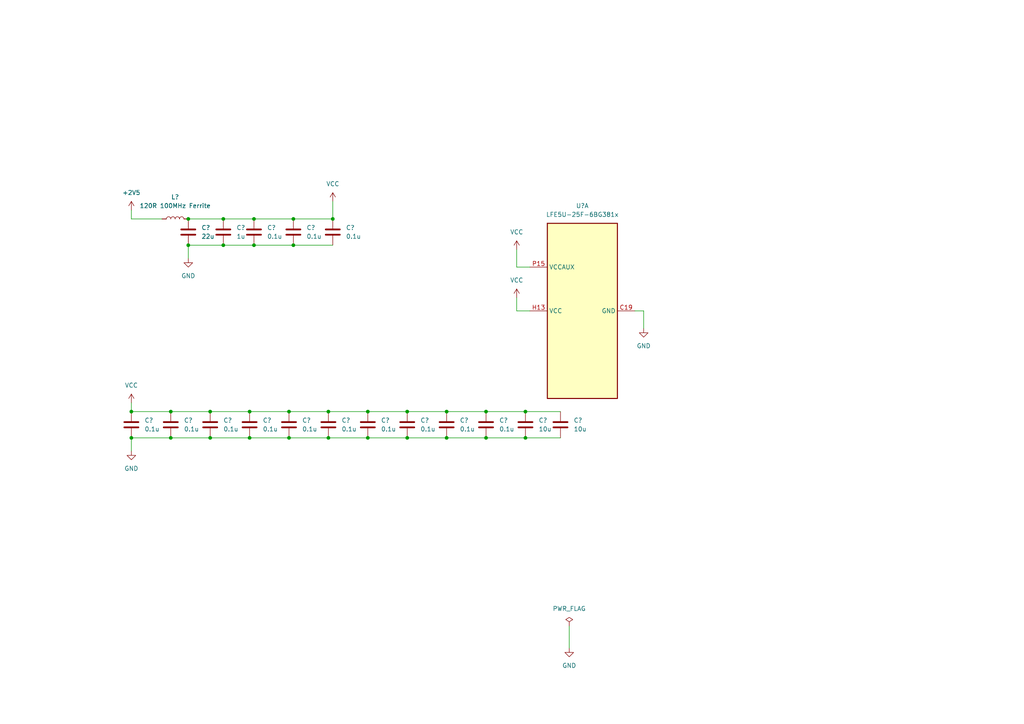
<source format=kicad_sch>
(kicad_sch (version 20221004) (generator eeschema)

  (uuid 37736bb8-2183-4612-be6f-f37603c48ab5)

  (paper "A4")

  (lib_symbols
    (symbol "Device:C" (pin_numbers hide) (pin_names (offset 0.254)) (in_bom yes) (on_board yes)
      (property "Reference" "C" (at 0.635 2.54 0)
        (effects (font (size 1.27 1.27)) (justify left))
      )
      (property "Value" "C" (at 0.635 -2.54 0)
        (effects (font (size 1.27 1.27)) (justify left))
      )
      (property "Footprint" "" (at 0.9652 -3.81 0)
        (effects (font (size 1.27 1.27)) hide)
      )
      (property "Datasheet" "~" (at 0 0 0)
        (effects (font (size 1.27 1.27)) hide)
      )
      (property "ki_keywords" "cap capacitor" (at 0 0 0)
        (effects (font (size 1.27 1.27)) hide)
      )
      (property "ki_description" "Unpolarized capacitor" (at 0 0 0)
        (effects (font (size 1.27 1.27)) hide)
      )
      (property "ki_fp_filters" "C_*" (at 0 0 0)
        (effects (font (size 1.27 1.27)) hide)
      )
      (symbol "C_0_1"
        (polyline
          (pts
            (xy -2.032 -0.762)
            (xy 2.032 -0.762)
          )
          (stroke (width 0.508) (type default))
          (fill (type none))
        )
        (polyline
          (pts
            (xy -2.032 0.762)
            (xy 2.032 0.762)
          )
          (stroke (width 0.508) (type default))
          (fill (type none))
        )
      )
      (symbol "C_1_1"
        (pin passive line (at 0 3.81 270) (length 2.794)
          (name "~" (effects (font (size 1.27 1.27))))
          (number "1" (effects (font (size 1.27 1.27))))
        )
        (pin passive line (at 0 -3.81 90) (length 2.794)
          (name "~" (effects (font (size 1.27 1.27))))
          (number "2" (effects (font (size 1.27 1.27))))
        )
      )
    )
    (symbol "Device:L" (pin_numbers hide) (pin_names (offset 1.016) hide) (in_bom yes) (on_board yes)
      (property "Reference" "L" (at -1.27 0 90)
        (effects (font (size 1.27 1.27)))
      )
      (property "Value" "L" (at 1.905 0 90)
        (effects (font (size 1.27 1.27)))
      )
      (property "Footprint" "" (at 0 0 0)
        (effects (font (size 1.27 1.27)) hide)
      )
      (property "Datasheet" "~" (at 0 0 0)
        (effects (font (size 1.27 1.27)) hide)
      )
      (property "ki_keywords" "inductor choke coil reactor magnetic" (at 0 0 0)
        (effects (font (size 1.27 1.27)) hide)
      )
      (property "ki_description" "Inductor" (at 0 0 0)
        (effects (font (size 1.27 1.27)) hide)
      )
      (property "ki_fp_filters" "Choke_* *Coil* Inductor_* L_*" (at 0 0 0)
        (effects (font (size 1.27 1.27)) hide)
      )
      (symbol "L_0_1"
        (arc (start 0 -2.54) (mid 0.6323 -1.905) (end 0 -1.27)
          (stroke (width 0) (type default))
          (fill (type none))
        )
        (arc (start 0 -1.27) (mid 0.6323 -0.635) (end 0 0)
          (stroke (width 0) (type default))
          (fill (type none))
        )
        (arc (start 0 0) (mid 0.6323 0.635) (end 0 1.27)
          (stroke (width 0) (type default))
          (fill (type none))
        )
        (arc (start 0 1.27) (mid 0.6323 1.905) (end 0 2.54)
          (stroke (width 0) (type default))
          (fill (type none))
        )
      )
      (symbol "L_1_1"
        (pin passive line (at 0 3.81 270) (length 1.27)
          (name "1" (effects (font (size 1.27 1.27))))
          (number "1" (effects (font (size 1.27 1.27))))
        )
        (pin passive line (at 0 -3.81 90) (length 1.27)
          (name "2" (effects (font (size 1.27 1.27))))
          (number "2" (effects (font (size 1.27 1.27))))
        )
      )
    )
    (symbol "fpga_extension_library:LFE5U-25F-6BG381x" (in_bom yes) (on_board yes)
      (property "Reference" "U" (at 24.13 16.51 0)
        (effects (font (size 1.27 1.27)) (justify left))
      )
      (property "Value" "LFE5U-25F-6BG381x" (at 24.13 13.97 0)
        (effects (font (size 1.27 1.27)) (justify left))
      )
      (property "Footprint" "Package_BGA:Lattice_caBGA-381_17.0x17.0mm_Layout20x20_P0.8mm_Ball0.4mm_Pad0.4mm_NSMD" (at 11.43 72.39 0)
        (effects (font (size 1.27 1.27)) hide)
      )
      (property "Datasheet" "https://www.latticesemi.com/view_document?document_id=50461" (at 11.43 72.39 0)
        (effects (font (size 1.27 1.27)) hide)
      )
      (property "ki_locked" "" (at 0 0 0)
        (effects (font (size 1.27 1.27)))
      )
      (property "ki_keywords" "FPGA programmable logic" (at 0 0 0)
        (effects (font (size 1.27 1.27)) hide)
      )
      (property "ki_description" "ECP5 FPGA, 84K LUTs, 1.2V, BGA-381" (at 0 0 0)
        (effects (font (size 1.27 1.27)) hide)
      )
      (property "ki_fp_filters" "Lattice*caBGA*17.0x17.0mm*Layout20x20*P0.8mm*" (at 0 0 0)
        (effects (font (size 1.27 1.27)) hide)
      )
      (symbol "LFE5U-25F-6BG381x_1_1"
        (rectangle (start -25.4 10.16) (end 25.4 -10.16)
          (stroke (width 0.3048) (type default))
          (fill (type background))
        )
        (pin passive line (at 0 -15.24 90) (length 5.08) hide
          (name "GND" (effects (font (size 1.27 1.27))))
          (number "B14" (effects (font (size 1.27 1.27))))
        )
        (pin passive line (at 0 -15.24 90) (length 5.08) hide
          (name "GND" (effects (font (size 1.27 1.27))))
          (number "B7" (effects (font (size 1.27 1.27))))
        )
        (pin power_in line (at 0 -15.24 90) (length 5.08)
          (name "GND" (effects (font (size 1.27 1.27))))
          (number "C19" (effects (font (size 1.27 1.27))))
        )
        (pin passive line (at 0 -15.24 90) (length 5.08) hide
          (name "GND" (effects (font (size 1.27 1.27))))
          (number "D4" (effects (font (size 1.27 1.27))))
        )
        (pin passive line (at 0 -15.24 90) (length 5.08) hide
          (name "GND" (effects (font (size 1.27 1.27))))
          (number "F13" (effects (font (size 1.27 1.27))))
        )
        (pin passive line (at 0 -15.24 90) (length 5.08) hide
          (name "GND" (effects (font (size 1.27 1.27))))
          (number "F14" (effects (font (size 1.27 1.27))))
        )
        (pin passive line (at 12.7 15.24 270) (length 5.08) hide
          (name "VCCAUX" (effects (font (size 1.27 1.27))))
          (number "F15" (effects (font (size 1.27 1.27))))
        )
        (pin passive line (at 12.7 15.24 270) (length 5.08) hide
          (name "VCCAUX" (effects (font (size 1.27 1.27))))
          (number "F6" (effects (font (size 1.27 1.27))))
        )
        (pin passive line (at 0 -15.24 90) (length 5.08) hide
          (name "GND" (effects (font (size 1.27 1.27))))
          (number "F7" (effects (font (size 1.27 1.27))))
        )
        (pin passive line (at 0 -15.24 90) (length 5.08) hide
          (name "GND" (effects (font (size 1.27 1.27))))
          (number "F8" (effects (font (size 1.27 1.27))))
        )
        (pin passive line (at 0 -15.24 90) (length 5.08) hide
          (name "GND" (effects (font (size 1.27 1.27))))
          (number "G10" (effects (font (size 1.27 1.27))))
        )
        (pin passive line (at 0 -15.24 90) (length 5.08) hide
          (name "GND" (effects (font (size 1.27 1.27))))
          (number "G11" (effects (font (size 1.27 1.27))))
        )
        (pin passive line (at 0 -15.24 90) (length 5.08) hide
          (name "GND" (effects (font (size 1.27 1.27))))
          (number "G12" (effects (font (size 1.27 1.27))))
        )
        (pin passive line (at 0 -15.24 90) (length 5.08) hide
          (name "GND" (effects (font (size 1.27 1.27))))
          (number "G13" (effects (font (size 1.27 1.27))))
        )
        (pin passive line (at 0 -15.24 90) (length 5.08) hide
          (name "GND" (effects (font (size 1.27 1.27))))
          (number "G14" (effects (font (size 1.27 1.27))))
        )
        (pin passive line (at 0 -15.24 90) (length 5.08) hide
          (name "GND" (effects (font (size 1.27 1.27))))
          (number "G15" (effects (font (size 1.27 1.27))))
        )
        (pin passive line (at 0 -15.24 90) (length 5.08) hide
          (name "GND" (effects (font (size 1.27 1.27))))
          (number "G17" (effects (font (size 1.27 1.27))))
        )
        (pin passive line (at 0 -15.24 90) (length 5.08) hide
          (name "GND" (effects (font (size 1.27 1.27))))
          (number "G4" (effects (font (size 1.27 1.27))))
        )
        (pin passive line (at 0 -15.24 90) (length 5.08) hide
          (name "GND" (effects (font (size 1.27 1.27))))
          (number "G6" (effects (font (size 1.27 1.27))))
        )
        (pin passive line (at 0 -15.24 90) (length 5.08) hide
          (name "GND" (effects (font (size 1.27 1.27))))
          (number "G7" (effects (font (size 1.27 1.27))))
        )
        (pin passive line (at 0 -15.24 90) (length 5.08) hide
          (name "GND" (effects (font (size 1.27 1.27))))
          (number "G8" (effects (font (size 1.27 1.27))))
        )
        (pin passive line (at 0 -15.24 90) (length 5.08) hide
          (name "GND" (effects (font (size 1.27 1.27))))
          (number "G9" (effects (font (size 1.27 1.27))))
        )
        (pin passive line (at 0 15.24 270) (length 5.08) hide
          (name "VCC" (effects (font (size 1.27 1.27))))
          (number "H10" (effects (font (size 1.27 1.27))))
        )
        (pin passive line (at 0 15.24 270) (length 5.08) hide
          (name "VCC" (effects (font (size 1.27 1.27))))
          (number "H11" (effects (font (size 1.27 1.27))))
        )
        (pin passive line (at 0 15.24 270) (length 5.08) hide
          (name "VCC" (effects (font (size 1.27 1.27))))
          (number "H12" (effects (font (size 1.27 1.27))))
        )
        (pin power_in line (at 0 15.24 270) (length 5.08)
          (name "VCC" (effects (font (size 1.27 1.27))))
          (number "H13" (effects (font (size 1.27 1.27))))
        )
        (pin passive line (at 0 -15.24 90) (length 5.08) hide
          (name "GND" (effects (font (size 1.27 1.27))))
          (number "H19" (effects (font (size 1.27 1.27))))
        )
        (pin passive line (at 0 15.24 270) (length 5.08) hide
          (name "VCC" (effects (font (size 1.27 1.27))))
          (number "H8" (effects (font (size 1.27 1.27))))
        )
        (pin passive line (at 0 15.24 270) (length 5.08) hide
          (name "VCC" (effects (font (size 1.27 1.27))))
          (number "H9" (effects (font (size 1.27 1.27))))
        )
        (pin passive line (at 0 -15.24 90) (length 5.08) hide
          (name "GND" (effects (font (size 1.27 1.27))))
          (number "J10" (effects (font (size 1.27 1.27))))
        )
        (pin passive line (at 0 -15.24 90) (length 5.08) hide
          (name "GND" (effects (font (size 1.27 1.27))))
          (number "J11" (effects (font (size 1.27 1.27))))
        )
        (pin passive line (at 0 -15.24 90) (length 5.08) hide
          (name "GND" (effects (font (size 1.27 1.27))))
          (number "J12" (effects (font (size 1.27 1.27))))
        )
        (pin passive line (at 0 15.24 270) (length 5.08) hide
          (name "VCC" (effects (font (size 1.27 1.27))))
          (number "J13" (effects (font (size 1.27 1.27))))
        )
        (pin passive line (at 0 -15.24 90) (length 5.08) hide
          (name "GND" (effects (font (size 1.27 1.27))))
          (number "J14" (effects (font (size 1.27 1.27))))
        )
        (pin passive line (at 0 -15.24 90) (length 5.08) hide
          (name "GND" (effects (font (size 1.27 1.27))))
          (number "J2" (effects (font (size 1.27 1.27))))
        )
        (pin passive line (at 0 -15.24 90) (length 5.08) hide
          (name "GND" (effects (font (size 1.27 1.27))))
          (number "J7" (effects (font (size 1.27 1.27))))
        )
        (pin passive line (at 0 15.24 270) (length 5.08) hide
          (name "VCC" (effects (font (size 1.27 1.27))))
          (number "J8" (effects (font (size 1.27 1.27))))
        )
        (pin passive line (at 0 -15.24 90) (length 5.08) hide
          (name "GND" (effects (font (size 1.27 1.27))))
          (number "J9" (effects (font (size 1.27 1.27))))
        )
        (pin passive line (at 0 -15.24 90) (length 5.08) hide
          (name "GND" (effects (font (size 1.27 1.27))))
          (number "K10" (effects (font (size 1.27 1.27))))
        )
        (pin passive line (at 0 -15.24 90) (length 5.08) hide
          (name "GND" (effects (font (size 1.27 1.27))))
          (number "K11" (effects (font (size 1.27 1.27))))
        )
        (pin passive line (at 0 -15.24 90) (length 5.08) hide
          (name "GND" (effects (font (size 1.27 1.27))))
          (number "K12" (effects (font (size 1.27 1.27))))
        )
        (pin passive line (at 0 15.24 270) (length 5.08) hide
          (name "VCC" (effects (font (size 1.27 1.27))))
          (number "K13" (effects (font (size 1.27 1.27))))
        )
        (pin passive line (at 0 -15.24 90) (length 5.08) hide
          (name "GND" (effects (font (size 1.27 1.27))))
          (number "K14" (effects (font (size 1.27 1.27))))
        )
        (pin passive line (at 0 -15.24 90) (length 5.08) hide
          (name "GND" (effects (font (size 1.27 1.27))))
          (number "K15" (effects (font (size 1.27 1.27))))
        )
        (pin passive line (at 0 -15.24 90) (length 5.08) hide
          (name "GND" (effects (font (size 1.27 1.27))))
          (number "K6" (effects (font (size 1.27 1.27))))
        )
        (pin passive line (at 0 -15.24 90) (length 5.08) hide
          (name "GND" (effects (font (size 1.27 1.27))))
          (number "K7" (effects (font (size 1.27 1.27))))
        )
        (pin passive line (at 0 15.24 270) (length 5.08) hide
          (name "VCC" (effects (font (size 1.27 1.27))))
          (number "K8" (effects (font (size 1.27 1.27))))
        )
        (pin passive line (at 0 -15.24 90) (length 5.08) hide
          (name "GND" (effects (font (size 1.27 1.27))))
          (number "K9" (effects (font (size 1.27 1.27))))
        )
        (pin passive line (at 0 -15.24 90) (length 5.08) hide
          (name "GND" (effects (font (size 1.27 1.27))))
          (number "L10" (effects (font (size 1.27 1.27))))
        )
        (pin passive line (at 0 -15.24 90) (length 5.08) hide
          (name "GND" (effects (font (size 1.27 1.27))))
          (number "L11" (effects (font (size 1.27 1.27))))
        )
        (pin passive line (at 0 -15.24 90) (length 5.08) hide
          (name "GND" (effects (font (size 1.27 1.27))))
          (number "L12" (effects (font (size 1.27 1.27))))
        )
        (pin passive line (at 0 15.24 270) (length 5.08) hide
          (name "VCC" (effects (font (size 1.27 1.27))))
          (number "L13" (effects (font (size 1.27 1.27))))
        )
        (pin passive line (at 0 15.24 270) (length 5.08) hide
          (name "VCC" (effects (font (size 1.27 1.27))))
          (number "L8" (effects (font (size 1.27 1.27))))
        )
        (pin passive line (at 0 -15.24 90) (length 5.08) hide
          (name "GND" (effects (font (size 1.27 1.27))))
          (number "L9" (effects (font (size 1.27 1.27))))
        )
        (pin passive line (at 0 -15.24 90) (length 5.08) hide
          (name "GND" (effects (font (size 1.27 1.27))))
          (number "M10" (effects (font (size 1.27 1.27))))
        )
        (pin passive line (at 0 -15.24 90) (length 5.08) hide
          (name "GND" (effects (font (size 1.27 1.27))))
          (number "M11" (effects (font (size 1.27 1.27))))
        )
        (pin passive line (at 0 -15.24 90) (length 5.08) hide
          (name "GND" (effects (font (size 1.27 1.27))))
          (number "M12" (effects (font (size 1.27 1.27))))
        )
        (pin passive line (at 0 15.24 270) (length 5.08) hide
          (name "VCC" (effects (font (size 1.27 1.27))))
          (number "M13" (effects (font (size 1.27 1.27))))
        )
        (pin passive line (at 0 -15.24 90) (length 5.08) hide
          (name "GND" (effects (font (size 1.27 1.27))))
          (number "M14" (effects (font (size 1.27 1.27))))
        )
        (pin passive line (at 0 -15.24 90) (length 5.08) hide
          (name "GND" (effects (font (size 1.27 1.27))))
          (number "M16" (effects (font (size 1.27 1.27))))
        )
        (pin passive line (at 0 -15.24 90) (length 5.08) hide
          (name "GND" (effects (font (size 1.27 1.27))))
          (number "M2" (effects (font (size 1.27 1.27))))
        )
        (pin passive line (at 0 -15.24 90) (length 5.08) hide
          (name "GND" (effects (font (size 1.27 1.27))))
          (number "M7" (effects (font (size 1.27 1.27))))
        )
        (pin passive line (at 0 15.24 270) (length 5.08) hide
          (name "VCC" (effects (font (size 1.27 1.27))))
          (number "M8" (effects (font (size 1.27 1.27))))
        )
        (pin passive line (at 0 -15.24 90) (length 5.08) hide
          (name "GND" (effects (font (size 1.27 1.27))))
          (number "M9" (effects (font (size 1.27 1.27))))
        )
        (pin passive line (at 0 15.24 270) (length 5.08) hide
          (name "VCC" (effects (font (size 1.27 1.27))))
          (number "N10" (effects (font (size 1.27 1.27))))
        )
        (pin passive line (at 0 15.24 270) (length 5.08) hide
          (name "VCC" (effects (font (size 1.27 1.27))))
          (number "N11" (effects (font (size 1.27 1.27))))
        )
        (pin passive line (at 0 15.24 270) (length 5.08) hide
          (name "VCC" (effects (font (size 1.27 1.27))))
          (number "N12" (effects (font (size 1.27 1.27))))
        )
        (pin passive line (at 0 15.24 270) (length 5.08) hide
          (name "VCC" (effects (font (size 1.27 1.27))))
          (number "N13" (effects (font (size 1.27 1.27))))
        )
        (pin passive line (at 0 -15.24 90) (length 5.08) hide
          (name "GND" (effects (font (size 1.27 1.27))))
          (number "N14" (effects (font (size 1.27 1.27))))
        )
        (pin passive line (at 0 -15.24 90) (length 5.08) hide
          (name "GND" (effects (font (size 1.27 1.27))))
          (number "N15" (effects (font (size 1.27 1.27))))
        )
        (pin passive line (at 0 -15.24 90) (length 5.08) hide
          (name "GND" (effects (font (size 1.27 1.27))))
          (number "N6" (effects (font (size 1.27 1.27))))
        )
        (pin passive line (at 0 -15.24 90) (length 5.08) hide
          (name "GND" (effects (font (size 1.27 1.27))))
          (number "N7" (effects (font (size 1.27 1.27))))
        )
        (pin passive line (at 0 15.24 270) (length 5.08) hide
          (name "VCC" (effects (font (size 1.27 1.27))))
          (number "N8" (effects (font (size 1.27 1.27))))
        )
        (pin passive line (at 0 15.24 270) (length 5.08) hide
          (name "VCC" (effects (font (size 1.27 1.27))))
          (number "N9" (effects (font (size 1.27 1.27))))
        )
        (pin passive line (at 0 -15.24 90) (length 5.08) hide
          (name "GND" (effects (font (size 1.27 1.27))))
          (number "P11" (effects (font (size 1.27 1.27))))
        )
        (pin passive line (at 0 -15.24 90) (length 5.08) hide
          (name "GND" (effects (font (size 1.27 1.27))))
          (number "P12" (effects (font (size 1.27 1.27))))
        )
        (pin passive line (at 0 -15.24 90) (length 5.08) hide
          (name "GND" (effects (font (size 1.27 1.27))))
          (number "P13" (effects (font (size 1.27 1.27))))
        )
        (pin passive line (at 0 -15.24 90) (length 5.08) hide
          (name "GND" (effects (font (size 1.27 1.27))))
          (number "P14" (effects (font (size 1.27 1.27))))
        )
        (pin power_in line (at 12.7 15.24 270) (length 5.08)
          (name "VCCAUX" (effects (font (size 1.27 1.27))))
          (number "P15" (effects (font (size 1.27 1.27))))
        )
        (pin passive line (at 12.7 15.24 270) (length 5.08) hide
          (name "VCCAUX" (effects (font (size 1.27 1.27))))
          (number "P6" (effects (font (size 1.27 1.27))))
        )
        (pin passive line (at 0 -15.24 90) (length 5.08) hide
          (name "GND" (effects (font (size 1.27 1.27))))
          (number "P7" (effects (font (size 1.27 1.27))))
        )
        (pin passive line (at 0 -15.24 90) (length 5.08) hide
          (name "GND" (effects (font (size 1.27 1.27))))
          (number "P8" (effects (font (size 1.27 1.27))))
        )
        (pin passive line (at 0 -15.24 90) (length 5.08) hide
          (name "GND" (effects (font (size 1.27 1.27))))
          (number "R19" (effects (font (size 1.27 1.27))))
        )
        (pin passive line (at 0 -15.24 90) (length 5.08) hide
          (name "GND" (effects (font (size 1.27 1.27))))
          (number "T10" (effects (font (size 1.27 1.27))))
        )
        (pin passive line (at 0 -15.24 90) (length 5.08) hide
          (name "GND" (effects (font (size 1.27 1.27))))
          (number "T11" (effects (font (size 1.27 1.27))))
        )
        (pin passive line (at 0 -15.24 90) (length 5.08) hide
          (name "GND" (effects (font (size 1.27 1.27))))
          (number "T12" (effects (font (size 1.27 1.27))))
        )
        (pin passive line (at 0 -15.24 90) (length 5.08) hide
          (name "GND" (effects (font (size 1.27 1.27))))
          (number "T13" (effects (font (size 1.27 1.27))))
        )
        (pin passive line (at 0 -15.24 90) (length 5.08) hide
          (name "GND" (effects (font (size 1.27 1.27))))
          (number "T14" (effects (font (size 1.27 1.27))))
        )
        (pin passive line (at 0 -15.24 90) (length 5.08) hide
          (name "GND" (effects (font (size 1.27 1.27))))
          (number "T15" (effects (font (size 1.27 1.27))))
        )
        (pin passive line (at 0 -15.24 90) (length 5.08) hide
          (name "GND" (effects (font (size 1.27 1.27))))
          (number "T6" (effects (font (size 1.27 1.27))))
        )
        (pin passive line (at 0 -15.24 90) (length 5.08) hide
          (name "GND" (effects (font (size 1.27 1.27))))
          (number "T7" (effects (font (size 1.27 1.27))))
        )
        (pin passive line (at 0 -15.24 90) (length 5.08) hide
          (name "GND" (effects (font (size 1.27 1.27))))
          (number "T8" (effects (font (size 1.27 1.27))))
        )
        (pin passive line (at 0 -15.24 90) (length 5.08) hide
          (name "GND" (effects (font (size 1.27 1.27))))
          (number "T9" (effects (font (size 1.27 1.27))))
        )
        (pin passive line (at 0 -15.24 90) (length 5.08) hide
          (name "GND" (effects (font (size 1.27 1.27))))
          (number "U10" (effects (font (size 1.27 1.27))))
        )
        (pin passive line (at 0 -15.24 90) (length 5.08) hide
          (name "GND" (effects (font (size 1.27 1.27))))
          (number "U11" (effects (font (size 1.27 1.27))))
        )
        (pin passive line (at 0 -15.24 90) (length 5.08) hide
          (name "GND" (effects (font (size 1.27 1.27))))
          (number "U12" (effects (font (size 1.27 1.27))))
        )
        (pin passive line (at 0 -15.24 90) (length 5.08) hide
          (name "GND" (effects (font (size 1.27 1.27))))
          (number "U13" (effects (font (size 1.27 1.27))))
        )
        (pin passive line (at 0 -15.24 90) (length 5.08) hide
          (name "GND" (effects (font (size 1.27 1.27))))
          (number "U14" (effects (font (size 1.27 1.27))))
        )
        (pin passive line (at 0 -15.24 90) (length 5.08) hide
          (name "GND" (effects (font (size 1.27 1.27))))
          (number "U15" (effects (font (size 1.27 1.27))))
        )
        (pin passive line (at 0 -15.24 90) (length 5.08) hide
          (name "GND" (effects (font (size 1.27 1.27))))
          (number "U6" (effects (font (size 1.27 1.27))))
        )
        (pin passive line (at 0 -15.24 90) (length 5.08) hide
          (name "GND" (effects (font (size 1.27 1.27))))
          (number "U7" (effects (font (size 1.27 1.27))))
        )
        (pin passive line (at 0 -15.24 90) (length 5.08) hide
          (name "GND" (effects (font (size 1.27 1.27))))
          (number "U8" (effects (font (size 1.27 1.27))))
        )
        (pin passive line (at 0 -15.24 90) (length 5.08) hide
          (name "GND" (effects (font (size 1.27 1.27))))
          (number "U9" (effects (font (size 1.27 1.27))))
        )
        (pin passive line (at 0 -15.24 90) (length 5.08) hide
          (name "GND" (effects (font (size 1.27 1.27))))
          (number "V10" (effects (font (size 1.27 1.27))))
        )
        (pin passive line (at 0 -15.24 90) (length 5.08) hide
          (name "GND" (effects (font (size 1.27 1.27))))
          (number "V11" (effects (font (size 1.27 1.27))))
        )
        (pin passive line (at 0 -15.24 90) (length 5.08) hide
          (name "GND" (effects (font (size 1.27 1.27))))
          (number "V12" (effects (font (size 1.27 1.27))))
        )
        (pin passive line (at 0 -15.24 90) (length 5.08) hide
          (name "GND" (effects (font (size 1.27 1.27))))
          (number "V13" (effects (font (size 1.27 1.27))))
        )
        (pin passive line (at 0 -15.24 90) (length 5.08) hide
          (name "GND" (effects (font (size 1.27 1.27))))
          (number "V14" (effects (font (size 1.27 1.27))))
        )
        (pin passive line (at 0 -15.24 90) (length 5.08) hide
          (name "GND" (effects (font (size 1.27 1.27))))
          (number "V15" (effects (font (size 1.27 1.27))))
        )
        (pin passive line (at 0 -15.24 90) (length 5.08) hide
          (name "GND" (effects (font (size 1.27 1.27))))
          (number "V16" (effects (font (size 1.27 1.27))))
        )
        (pin passive line (at 0 -15.24 90) (length 5.08) hide
          (name "GND" (effects (font (size 1.27 1.27))))
          (number "V17" (effects (font (size 1.27 1.27))))
        )
        (pin passive line (at 0 -15.24 90) (length 5.08) hide
          (name "GND" (effects (font (size 1.27 1.27))))
          (number "V18" (effects (font (size 1.27 1.27))))
        )
        (pin passive line (at 0 -15.24 90) (length 5.08) hide
          (name "GND" (effects (font (size 1.27 1.27))))
          (number "V19" (effects (font (size 1.27 1.27))))
        )
        (pin passive line (at 0 -15.24 90) (length 5.08) hide
          (name "GND" (effects (font (size 1.27 1.27))))
          (number "V20" (effects (font (size 1.27 1.27))))
        )
        (pin passive line (at 0 -15.24 90) (length 5.08) hide
          (name "GND" (effects (font (size 1.27 1.27))))
          (number "V5" (effects (font (size 1.27 1.27))))
        )
        (pin passive line (at 0 -15.24 90) (length 5.08) hide
          (name "GND" (effects (font (size 1.27 1.27))))
          (number "V6" (effects (font (size 1.27 1.27))))
        )
        (pin passive line (at 0 -15.24 90) (length 5.08) hide
          (name "GND" (effects (font (size 1.27 1.27))))
          (number "V7" (effects (font (size 1.27 1.27))))
        )
        (pin passive line (at 0 -15.24 90) (length 5.08) hide
          (name "GND" (effects (font (size 1.27 1.27))))
          (number "V8" (effects (font (size 1.27 1.27))))
        )
        (pin passive line (at 0 -15.24 90) (length 5.08) hide
          (name "GND" (effects (font (size 1.27 1.27))))
          (number "V9" (effects (font (size 1.27 1.27))))
        )
        (pin passive line (at 0 -15.24 90) (length 5.08) hide
          (name "GND" (effects (font (size 1.27 1.27))))
          (number "W12" (effects (font (size 1.27 1.27))))
        )
        (pin no_connect line (at 25.4 -5.08 180) (length 5.08) hide
          (name "RESERVED" (effects (font (size 1.27 1.27))))
          (number "W13" (effects (font (size 1.27 1.27))))
        )
        (pin no_connect line (at 25.4 -2.54 180) (length 5.08) hide
          (name "RESERVED" (effects (font (size 1.27 1.27))))
          (number "W14" (effects (font (size 1.27 1.27))))
        )
        (pin passive line (at 0 -15.24 90) (length 5.08) hide
          (name "GND" (effects (font (size 1.27 1.27))))
          (number "W15" (effects (font (size 1.27 1.27))))
        )
        (pin passive line (at 0 -15.24 90) (length 5.08) hide
          (name "GND" (effects (font (size 1.27 1.27))))
          (number "W16" (effects (font (size 1.27 1.27))))
        )
        (pin no_connect line (at 25.4 0 180) (length 5.08) hide
          (name "RESERVED" (effects (font (size 1.27 1.27))))
          (number "W17" (effects (font (size 1.27 1.27))))
        )
        (pin no_connect line (at 25.4 2.54 180) (length 5.08) hide
          (name "RESERVED" (effects (font (size 1.27 1.27))))
          (number "W18" (effects (font (size 1.27 1.27))))
        )
        (pin passive line (at 0 -15.24 90) (length 5.08) hide
          (name "GND" (effects (font (size 1.27 1.27))))
          (number "W19" (effects (font (size 1.27 1.27))))
        )
        (pin passive line (at 0 -15.24 90) (length 5.08) hide
          (name "GND" (effects (font (size 1.27 1.27))))
          (number "W20" (effects (font (size 1.27 1.27))))
        )
        (pin no_connect line (at -25.4 2.54 0) (length 5.08) hide
          (name "RESERVED" (effects (font (size 1.27 1.27))))
          (number "W4" (effects (font (size 1.27 1.27))))
        )
        (pin no_connect line (at -25.4 0 0) (length 5.08) hide
          (name "RESERVED" (effects (font (size 1.27 1.27))))
          (number "W5" (effects (font (size 1.27 1.27))))
        )
        (pin passive line (at 0 -15.24 90) (length 5.08) hide
          (name "GND" (effects (font (size 1.27 1.27))))
          (number "W6" (effects (font (size 1.27 1.27))))
        )
        (pin passive line (at 0 -15.24 90) (length 5.08) hide
          (name "GND" (effects (font (size 1.27 1.27))))
          (number "W7" (effects (font (size 1.27 1.27))))
        )
        (pin no_connect line (at -25.4 -2.54 0) (length 5.08) hide
          (name "RESERVED" (effects (font (size 1.27 1.27))))
          (number "W8" (effects (font (size 1.27 1.27))))
        )
        (pin no_connect line (at -25.4 -5.08 0) (length 5.08) hide
          (name "RESERVED" (effects (font (size 1.27 1.27))))
          (number "W9" (effects (font (size 1.27 1.27))))
        )
        (pin passive line (at 0 -15.24 90) (length 5.08) hide
          (name "GND" (effects (font (size 1.27 1.27))))
          (number "Y11" (effects (font (size 1.27 1.27))))
        )
        (pin passive line (at 0 -15.24 90) (length 5.08) hide
          (name "GND" (effects (font (size 1.27 1.27))))
          (number "Y12" (effects (font (size 1.27 1.27))))
        )
        (pin passive line (at 0 -15.24 90) (length 5.08) hide
          (name "GND" (effects (font (size 1.27 1.27))))
          (number "Y14" (effects (font (size 1.27 1.27))))
        )
        (pin passive line (at 0 -15.24 90) (length 5.08) hide
          (name "GND" (effects (font (size 1.27 1.27))))
          (number "Y15" (effects (font (size 1.27 1.27))))
        )
        (pin passive line (at 0 -15.24 90) (length 5.08) hide
          (name "GND" (effects (font (size 1.27 1.27))))
          (number "Y16" (effects (font (size 1.27 1.27))))
        )
        (pin passive line (at 0 -15.24 90) (length 5.08) hide
          (name "GND" (effects (font (size 1.27 1.27))))
          (number "Y17" (effects (font (size 1.27 1.27))))
        )
        (pin passive line (at 0 -15.24 90) (length 5.08) hide
          (name "GND" (effects (font (size 1.27 1.27))))
          (number "Y19" (effects (font (size 1.27 1.27))))
        )
        (pin passive line (at 0 -15.24 90) (length 5.08) hide
          (name "GND" (effects (font (size 1.27 1.27))))
          (number "Y5" (effects (font (size 1.27 1.27))))
        )
        (pin passive line (at 0 -15.24 90) (length 5.08) hide
          (name "GND" (effects (font (size 1.27 1.27))))
          (number "Y6" (effects (font (size 1.27 1.27))))
        )
        (pin passive line (at 0 -15.24 90) (length 5.08) hide
          (name "GND" (effects (font (size 1.27 1.27))))
          (number "Y7" (effects (font (size 1.27 1.27))))
        )
        (pin passive line (at 0 -15.24 90) (length 5.08) hide
          (name "GND" (effects (font (size 1.27 1.27))))
          (number "Y8" (effects (font (size 1.27 1.27))))
        )
      )
      (symbol "LFE5U-25F-6BG381x_2_1"
        (rectangle (start -5.08 40.64) (end 5.08 -40.64)
          (stroke (width 0.3048) (type default))
          (fill (type background))
        )
        (pin bidirectional line (at -10.16 -27.94 0) (length 5.08)
          (name "PT27A" (effects (font (size 1.27 1.27))))
          (number "A10" (effects (font (size 1.27 1.27))))
        )
        (pin bidirectional line (at -10.16 -30.48 0) (length 5.08)
          (name "PT27B" (effects (font (size 1.27 1.27))))
          (number "A11" (effects (font (size 1.27 1.27))))
        )
        (pin bidirectional line (at -10.16 30.48 0) (length 5.08)
          (name "PT4A" (effects (font (size 1.27 1.27))))
          (number "A6" (effects (font (size 1.27 1.27))))
        )
        (pin bidirectional line (at -10.16 0 0) (length 5.08)
          (name "PT18A" (effects (font (size 1.27 1.27))))
          (number "A7" (effects (font (size 1.27 1.27))))
        )
        (pin bidirectional line (at -10.16 -2.54 0) (length 5.08)
          (name "PT18B" (effects (font (size 1.27 1.27))))
          (number "A8" (effects (font (size 1.27 1.27))))
        )
        (pin bidirectional line (at -10.16 -22.86 0) (length 5.08)
          (name "PT24A" (effects (font (size 1.27 1.27))))
          (number "A9" (effects (font (size 1.27 1.27))))
        )
        (pin bidirectional line (at -10.16 -25.4 0) (length 5.08)
          (name "PT24B" (effects (font (size 1.27 1.27))))
          (number "B10" (effects (font (size 1.27 1.27))))
        )
        (pin bidirectional line (at -10.16 -33.02 0) (length 5.08)
          (name "PT29A" (effects (font (size 1.27 1.27))))
          (number "B11" (effects (font (size 1.27 1.27))))
        )
        (pin bidirectional line (at -10.16 27.94 0) (length 5.08)
          (name "PT4B" (effects (font (size 1.27 1.27))))
          (number "B6" (effects (font (size 1.27 1.27))))
        )
        (pin bidirectional line (at -10.16 2.54 0) (length 5.08)
          (name "PT15B" (effects (font (size 1.27 1.27))))
          (number "B8" (effects (font (size 1.27 1.27))))
        )
        (pin bidirectional line (at -10.16 -17.78 0) (length 5.08)
          (name "PT22A" (effects (font (size 1.27 1.27))))
          (number "B9" (effects (font (size 1.27 1.27))))
        )
        (pin bidirectional line (at -10.16 -20.32 0) (length 5.08)
          (name "PT22B" (effects (font (size 1.27 1.27))))
          (number "C10" (effects (font (size 1.27 1.27))))
        )
        (pin bidirectional line (at -10.16 -35.56 0) (length 5.08)
          (name "PT29B" (effects (font (size 1.27 1.27))))
          (number "C11" (effects (font (size 1.27 1.27))))
        )
        (pin bidirectional line (at -10.16 15.24 0) (length 5.08)
          (name "PT11A" (effects (font (size 1.27 1.27))))
          (number "C6" (effects (font (size 1.27 1.27))))
        )
        (pin bidirectional line (at -10.16 12.7 0) (length 5.08)
          (name "PT11B" (effects (font (size 1.27 1.27))))
          (number "C7" (effects (font (size 1.27 1.27))))
        )
        (pin bidirectional line (at -10.16 5.08 0) (length 5.08)
          (name "PT15A" (effects (font (size 1.27 1.27))))
          (number "C8" (effects (font (size 1.27 1.27))))
        )
        (pin no_connect line (at -10.16 -10.16 0) (length 5.08)
          (name "NC" (effects (font (size 1.27 1.27))))
          (number "C9" (effects (font (size 1.27 1.27))))
        )
        (pin no_connect line (at -10.16 -12.7 0) (length 5.08)
          (name "NC" (effects (font (size 1.27 1.27))))
          (number "D10" (effects (font (size 1.27 1.27))))
        )
        (pin bidirectional line (at -10.16 22.86 0) (length 5.08)
          (name "PT6B" (effects (font (size 1.27 1.27))))
          (number "D6" (effects (font (size 1.27 1.27))))
        )
        (pin bidirectional line (at -10.16 17.78 0) (length 5.08)
          (name "PT9B" (effects (font (size 1.27 1.27))))
          (number "D7" (effects (font (size 1.27 1.27))))
        )
        (pin bidirectional line (at -10.16 7.62 0) (length 5.08)
          (name "PT13B" (effects (font (size 1.27 1.27))))
          (number "D8" (effects (font (size 1.27 1.27))))
        )
        (pin bidirectional line (at -10.16 -5.08 0) (length 5.08)
          (name "PT20A" (effects (font (size 1.27 1.27))))
          (number "D9" (effects (font (size 1.27 1.27))))
        )
        (pin no_connect line (at -10.16 -15.24 0) (length 5.08)
          (name "NC" (effects (font (size 1.27 1.27))))
          (number "E10" (effects (font (size 1.27 1.27))))
        )
        (pin bidirectional line (at -10.16 25.4 0) (length 5.08)
          (name "PT6A" (effects (font (size 1.27 1.27))))
          (number "E6" (effects (font (size 1.27 1.27))))
        )
        (pin bidirectional line (at -10.16 20.32 0) (length 5.08)
          (name "PT9A" (effects (font (size 1.27 1.27))))
          (number "E7" (effects (font (size 1.27 1.27))))
        )
        (pin bidirectional line (at -10.16 10.16 0) (length 5.08)
          (name "PT13A" (effects (font (size 1.27 1.27))))
          (number "E8" (effects (font (size 1.27 1.27))))
        )
        (pin bidirectional line (at -10.16 -7.62 0) (length 5.08)
          (name "PT20B" (effects (font (size 1.27 1.27))))
          (number "E9" (effects (font (size 1.27 1.27))))
        )
        (pin power_in line (at 0 45.72 270) (length 5.08)
          (name "VCCIO0" (effects (font (size 1.27 1.27))))
          (number "F10" (effects (font (size 1.27 1.27))))
        )
        (pin passive line (at 0 45.72 270) (length 5.08) hide
          (name "VCCIO0" (effects (font (size 1.27 1.27))))
          (number "F9" (effects (font (size 1.27 1.27))))
        )
      )
      (symbol "LFE5U-25F-6BG381x_3_1"
        (rectangle (start -5.08 48.26) (end 5.08 -48.26)
          (stroke (width 0.3048) (type default))
          (fill (type background))
        )
        (pin bidirectional line (at -10.16 22.86 0) (length 5.08)
          (name "PT40A" (effects (font (size 1.27 1.27))))
          (number "A12" (effects (font (size 1.27 1.27))))
        )
        (pin bidirectional line (at -10.16 20.32 0) (length 5.08)
          (name "PT40B" (effects (font (size 1.27 1.27))))
          (number "A13" (effects (font (size 1.27 1.27))))
        )
        (pin bidirectional line (at -10.16 7.62 0) (length 5.08)
          (name "PT47A" (effects (font (size 1.27 1.27))))
          (number "A14" (effects (font (size 1.27 1.27))))
        )
        (pin no_connect line (at -10.16 -2.54 0) (length 5.08)
          (name "NC" (effects (font (size 1.27 1.27))))
          (number "A15" (effects (font (size 1.27 1.27))))
        )
        (pin bidirectional line (at -10.16 -15.24 0) (length 5.08)
          (name "PT56A" (effects (font (size 1.27 1.27))))
          (number "A16" (effects (font (size 1.27 1.27))))
        )
        (pin bidirectional line (at -10.16 -30.48 0) (length 5.08)
          (name "PT62A" (effects (font (size 1.27 1.27))))
          (number "A17" (effects (font (size 1.27 1.27))))
        )
        (pin bidirectional line (at -10.16 -35.56 0) (length 5.08)
          (name "PT65A" (effects (font (size 1.27 1.27))))
          (number "A18" (effects (font (size 1.27 1.27))))
        )
        (pin bidirectional line (at -10.16 -40.64 0) (length 5.08)
          (name "PT67A" (effects (font (size 1.27 1.27))))
          (number "A19" (effects (font (size 1.27 1.27))))
        )
        (pin bidirectional line (at -10.16 33.02 0) (length 5.08)
          (name "PT35A" (effects (font (size 1.27 1.27))))
          (number "B12" (effects (font (size 1.27 1.27))))
        )
        (pin bidirectional line (at -10.16 17.78 0) (length 5.08)
          (name "PT42A" (effects (font (size 1.27 1.27))))
          (number "B13" (effects (font (size 1.27 1.27))))
        )
        (pin bidirectional line (at -10.16 -5.08 0) (length 5.08)
          (name "PT51A" (effects (font (size 1.27 1.27))))
          (number "B15" (effects (font (size 1.27 1.27))))
        )
        (pin bidirectional line (at -10.16 -17.78 0) (length 5.08)
          (name "PT56B" (effects (font (size 1.27 1.27))))
          (number "B16" (effects (font (size 1.27 1.27))))
        )
        (pin bidirectional line (at -10.16 -25.4 0) (length 5.08)
          (name "PT60A" (effects (font (size 1.27 1.27))))
          (number "B17" (effects (font (size 1.27 1.27))))
        )
        (pin bidirectional line (at -10.16 -33.02 0) (length 5.08)
          (name "PT62B" (effects (font (size 1.27 1.27))))
          (number "B18" (effects (font (size 1.27 1.27))))
        )
        (pin bidirectional line (at -10.16 -38.1 0) (length 5.08)
          (name "PT65B" (effects (font (size 1.27 1.27))))
          (number "B19" (effects (font (size 1.27 1.27))))
        )
        (pin bidirectional line (at -10.16 -43.18 0) (length 5.08)
          (name "PT67B" (effects (font (size 1.27 1.27))))
          (number "B20" (effects (font (size 1.27 1.27))))
        )
        (pin bidirectional line (at -10.16 30.48 0) (length 5.08)
          (name "PT35B" (effects (font (size 1.27 1.27))))
          (number "C12" (effects (font (size 1.27 1.27))))
        )
        (pin bidirectional line (at -10.16 15.24 0) (length 5.08)
          (name "PT42B" (effects (font (size 1.27 1.27))))
          (number "C13" (effects (font (size 1.27 1.27))))
        )
        (pin bidirectional line (at -10.16 5.08 0) (length 5.08)
          (name "PT47B" (effects (font (size 1.27 1.27))))
          (number "C14" (effects (font (size 1.27 1.27))))
        )
        (pin bidirectional line (at -10.16 -7.62 0) (length 5.08)
          (name "PT51B" (effects (font (size 1.27 1.27))))
          (number "C15" (effects (font (size 1.27 1.27))))
        )
        (pin bidirectional line (at -10.16 -20.32 0) (length 5.08)
          (name "PT58A" (effects (font (size 1.27 1.27))))
          (number "C16" (effects (font (size 1.27 1.27))))
        )
        (pin bidirectional line (at -10.16 -27.94 0) (length 5.08)
          (name "PT60B" (effects (font (size 1.27 1.27))))
          (number "C17" (effects (font (size 1.27 1.27))))
        )
        (pin bidirectional line (at -10.16 38.1 0) (length 5.08)
          (name "PT33A" (effects (font (size 1.27 1.27))))
          (number "D11" (effects (font (size 1.27 1.27))))
        )
        (pin bidirectional line (at -10.16 27.94 0) (length 5.08)
          (name "PT38A" (effects (font (size 1.27 1.27))))
          (number "D12" (effects (font (size 1.27 1.27))))
        )
        (pin bidirectional line (at -10.16 12.7 0) (length 5.08)
          (name "PT44A" (effects (font (size 1.27 1.27))))
          (number "D13" (effects (font (size 1.27 1.27))))
        )
        (pin bidirectional line (at -10.16 2.54 0) (length 5.08)
          (name "PT49A" (effects (font (size 1.27 1.27))))
          (number "D14" (effects (font (size 1.27 1.27))))
        )
        (pin bidirectional line (at -10.16 -10.16 0) (length 5.08)
          (name "PT53A" (effects (font (size 1.27 1.27))))
          (number "D15" (effects (font (size 1.27 1.27))))
        )
        (pin bidirectional line (at -10.16 -22.86 0) (length 5.08)
          (name "PT58B" (effects (font (size 1.27 1.27))))
          (number "D16" (effects (font (size 1.27 1.27))))
        )
        (pin bidirectional line (at -10.16 35.56 0) (length 5.08)
          (name "PT33B" (effects (font (size 1.27 1.27))))
          (number "E11" (effects (font (size 1.27 1.27))))
        )
        (pin bidirectional line (at -10.16 25.4 0) (length 5.08)
          (name "PT38B" (effects (font (size 1.27 1.27))))
          (number "E12" (effects (font (size 1.27 1.27))))
        )
        (pin bidirectional line (at -10.16 10.16 0) (length 5.08)
          (name "PT44B" (effects (font (size 1.27 1.27))))
          (number "E13" (effects (font (size 1.27 1.27))))
        )
        (pin bidirectional line (at -10.16 0 0) (length 5.08)
          (name "PT49B" (effects (font (size 1.27 1.27))))
          (number "E14" (effects (font (size 1.27 1.27))))
        )
        (pin bidirectional line (at -10.16 -12.7 0) (length 5.08)
          (name "PT53B" (effects (font (size 1.27 1.27))))
          (number "E15" (effects (font (size 1.27 1.27))))
        )
        (pin passive line (at 0 53.34 270) (length 5.08) hide
          (name "VCCIO1" (effects (font (size 1.27 1.27))))
          (number "F11" (effects (font (size 1.27 1.27))))
        )
        (pin power_in line (at 0 53.34 270) (length 5.08)
          (name "VCCIO1" (effects (font (size 1.27 1.27))))
          (number "F12" (effects (font (size 1.27 1.27))))
        )
      )
      (symbol "LFE5U-25F-6BG381x_4_1"
        (rectangle (start -5.08 48.26) (end 5.08 -48.26)
          (stroke (width 0.3048) (type default))
          (fill (type background))
        )
        (pin bidirectional line (at -10.16 38.1 0) (length 5.08)
          (name "PR2A" (effects (font (size 1.27 1.27))))
          (number "C18" (effects (font (size 1.27 1.27))))
        )
        (pin bidirectional line (at -10.16 -7.62 0) (length 5.08)
          (name "PR14A" (effects (font (size 1.27 1.27))))
          (number "C20" (effects (font (size 1.27 1.27))))
        )
        (pin bidirectional line (at -10.16 35.56 0) (length 5.08)
          (name "PR2B" (effects (font (size 1.27 1.27))))
          (number "D17" (effects (font (size 1.27 1.27))))
        )
        (pin bidirectional line (at -10.16 27.94 0) (length 5.08)
          (name "PR5A" (effects (font (size 1.27 1.27))))
          (number "D18" (effects (font (size 1.27 1.27))))
        )
        (pin bidirectional line (at -10.16 -10.16 0) (length 5.08)
          (name "PR14B" (effects (font (size 1.27 1.27))))
          (number "D19" (effects (font (size 1.27 1.27))))
        )
        (pin bidirectional line (at -10.16 -12.7 0) (length 5.08)
          (name "PR14C" (effects (font (size 1.27 1.27))))
          (number "D20" (effects (font (size 1.27 1.27))))
        )
        (pin bidirectional line (at -10.16 33.02 0) (length 5.08)
          (name "PR2C" (effects (font (size 1.27 1.27))))
          (number "E16" (effects (font (size 1.27 1.27))))
        )
        (pin bidirectional line (at -10.16 25.4 0) (length 5.08)
          (name "PR5B" (effects (font (size 1.27 1.27))))
          (number "E17" (effects (font (size 1.27 1.27))))
        )
        (pin bidirectional line (at -10.16 22.86 0) (length 5.08)
          (name "PR5C" (effects (font (size 1.27 1.27))))
          (number "E18" (effects (font (size 1.27 1.27))))
        )
        (pin bidirectional line (at -10.16 -15.24 0) (length 5.08)
          (name "PR14D" (effects (font (size 1.27 1.27))))
          (number "E19" (effects (font (size 1.27 1.27))))
        )
        (pin bidirectional line (at -10.16 -17.78 0) (length 5.08)
          (name "PR17A" (effects (font (size 1.27 1.27))))
          (number "E20" (effects (font (size 1.27 1.27))))
        )
        (pin bidirectional line (at -10.16 30.48 0) (length 5.08)
          (name "PR2D" (effects (font (size 1.27 1.27))))
          (number "F16" (effects (font (size 1.27 1.27))))
        )
        (pin bidirectional line (at -10.16 17.78 0) (length 5.08)
          (name "PR8A" (effects (font (size 1.27 1.27))))
          (number "F17" (effects (font (size 1.27 1.27))))
        )
        (pin bidirectional line (at -10.16 20.32 0) (length 5.08)
          (name "PR5D" (effects (font (size 1.27 1.27))))
          (number "F18" (effects (font (size 1.27 1.27))))
        )
        (pin bidirectional line (at -10.16 -20.32 0) (length 5.08)
          (name "PR17B" (effects (font (size 1.27 1.27))))
          (number "F19" (effects (font (size 1.27 1.27))))
        )
        (pin bidirectional line (at -10.16 -22.86 0) (length 5.08)
          (name "PR17C" (effects (font (size 1.27 1.27))))
          (number "F20" (effects (font (size 1.27 1.27))))
        )
        (pin bidirectional line (at -10.16 12.7 0) (length 5.08)
          (name "PR8C" (effects (font (size 1.27 1.27))))
          (number "G16" (effects (font (size 1.27 1.27))))
        )
        (pin bidirectional line (at -10.16 15.24 0) (length 5.08)
          (name "PR8B" (effects (font (size 1.27 1.27))))
          (number "G18" (effects (font (size 1.27 1.27))))
        )
        (pin bidirectional line (at -10.16 -27.94 0) (length 5.08)
          (name "PR20A" (effects (font (size 1.27 1.27))))
          (number "G19" (effects (font (size 1.27 1.27))))
        )
        (pin bidirectional line (at -10.16 -25.4 0) (length 5.08)
          (name "PR17D" (effects (font (size 1.27 1.27))))
          (number "G20" (effects (font (size 1.27 1.27))))
        )
        (pin passive line (at 0 53.34 270) (length 5.08) hide
          (name "VCCIO2" (effects (font (size 1.27 1.27))))
          (number "H14" (effects (font (size 1.27 1.27))))
        )
        (pin power_in line (at 0 53.34 270) (length 5.08)
          (name "VCCIO2" (effects (font (size 1.27 1.27))))
          (number "H15" (effects (font (size 1.27 1.27))))
        )
        (pin bidirectional line (at -10.16 10.16 0) (length 5.08)
          (name "PR8D" (effects (font (size 1.27 1.27))))
          (number "H16" (effects (font (size 1.27 1.27))))
        )
        (pin bidirectional line (at -10.16 5.08 0) (length 5.08)
          (name "PR11B" (effects (font (size 1.27 1.27))))
          (number "H17" (effects (font (size 1.27 1.27))))
        )
        (pin bidirectional line (at -10.16 7.62 0) (length 5.08)
          (name "PR11A" (effects (font (size 1.27 1.27))))
          (number "H18" (effects (font (size 1.27 1.27))))
        )
        (pin bidirectional line (at -10.16 -30.48 0) (length 5.08)
          (name "PR20B" (effects (font (size 1.27 1.27))))
          (number "H20" (effects (font (size 1.27 1.27))))
        )
        (pin passive line (at 0 53.34 270) (length 5.08) hide
          (name "VCCIO2" (effects (font (size 1.27 1.27))))
          (number "J15" (effects (font (size 1.27 1.27))))
        )
        (pin bidirectional line (at -10.16 0 0) (length 5.08)
          (name "PR11D" (effects (font (size 1.27 1.27))))
          (number "J16" (effects (font (size 1.27 1.27))))
        )
        (pin bidirectional line (at -10.16 2.54 0) (length 5.08)
          (name "PR11C" (effects (font (size 1.27 1.27))))
          (number "J17" (effects (font (size 1.27 1.27))))
        )
        (pin bidirectional line (at -10.16 -33.02 0) (length 5.08)
          (name "PR20C" (effects (font (size 1.27 1.27))))
          (number "J18" (effects (font (size 1.27 1.27))))
        )
        (pin bidirectional line (at -10.16 -38.1 0) (length 5.08)
          (name "PR23A" (effects (font (size 1.27 1.27))))
          (number "J19" (effects (font (size 1.27 1.27))))
        )
        (pin bidirectional line (at -10.16 -43.18 0) (length 5.08)
          (name "PR23C" (effects (font (size 1.27 1.27))))
          (number "J20" (effects (font (size 1.27 1.27))))
        )
        (pin no_connect line (at -10.16 -2.54 0) (length 5.08)
          (name "NC" (effects (font (size 1.27 1.27))))
          (number "K16" (effects (font (size 1.27 1.27))))
        )
        (pin no_connect line (at -10.16 -5.08 0) (length 5.08)
          (name "NC" (effects (font (size 1.27 1.27))))
          (number "K17" (effects (font (size 1.27 1.27))))
        )
        (pin bidirectional line (at -10.16 -35.56 0) (length 5.08)
          (name "PR20D" (effects (font (size 1.27 1.27))))
          (number "K18" (effects (font (size 1.27 1.27))))
        )
        (pin bidirectional line (at -10.16 -40.64 0) (length 5.08)
          (name "PR23B" (effects (font (size 1.27 1.27))))
          (number "K19" (effects (font (size 1.27 1.27))))
        )
        (pin bidirectional line (at -10.16 -45.72 0) (length 5.08)
          (name "PR23D" (effects (font (size 1.27 1.27))))
          (number "K20" (effects (font (size 1.27 1.27))))
        )
      )
      (symbol "LFE5U-25F-6BG381x_5_1"
        (rectangle (start -5.08 48.26) (end 5.08 -48.26)
          (stroke (width 0.3048) (type default))
          (fill (type background))
        )
        (pin passive line (at 0 53.34 270) (length 5.08) hide
          (name "VCCIO3" (effects (font (size 1.27 1.27))))
          (number "L14" (effects (font (size 1.27 1.27))))
        )
        (pin power_in line (at 0 53.34 270) (length 5.08)
          (name "VCCIO3" (effects (font (size 1.27 1.27))))
          (number "L15" (effects (font (size 1.27 1.27))))
        )
        (pin bidirectional line (at -10.16 27.94 0) (length 5.08)
          (name "PR29A" (effects (font (size 1.27 1.27))))
          (number "L16" (effects (font (size 1.27 1.27))))
        )
        (pin bidirectional line (at -10.16 25.4 0) (length 5.08)
          (name "PR29B" (effects (font (size 1.27 1.27))))
          (number "L17" (effects (font (size 1.27 1.27))))
        )
        (pin bidirectional line (at -10.16 22.86 0) (length 5.08)
          (name "PR29C" (effects (font (size 1.27 1.27))))
          (number "L18" (effects (font (size 1.27 1.27))))
        )
        (pin bidirectional line (at -10.16 33.02 0) (length 5.08)
          (name "PR26C" (effects (font (size 1.27 1.27))))
          (number "L19" (effects (font (size 1.27 1.27))))
        )
        (pin bidirectional line (at -10.16 38.1 0) (length 5.08)
          (name "PR26A" (effects (font (size 1.27 1.27))))
          (number "L20" (effects (font (size 1.27 1.27))))
        )
        (pin passive line (at 0 53.34 270) (length 5.08) hide
          (name "VCCIO3" (effects (font (size 1.27 1.27))))
          (number "M15" (effects (font (size 1.27 1.27))))
        )
        (pin bidirectional line (at -10.16 15.24 0) (length 5.08)
          (name "PR32B" (effects (font (size 1.27 1.27))))
          (number "M17" (effects (font (size 1.27 1.27))))
        )
        (pin bidirectional line (at -10.16 20.32 0) (length 5.08)
          (name "PR29D" (effects (font (size 1.27 1.27))))
          (number "M18" (effects (font (size 1.27 1.27))))
        )
        (pin bidirectional line (at -10.16 30.48 0) (length 5.08)
          (name "PR26D" (effects (font (size 1.27 1.27))))
          (number "M19" (effects (font (size 1.27 1.27))))
        )
        (pin bidirectional line (at -10.16 35.56 0) (length 5.08)
          (name "PR26B" (effects (font (size 1.27 1.27))))
          (number "M20" (effects (font (size 1.27 1.27))))
        )
        (pin bidirectional line (at -10.16 17.78 0) (length 5.08)
          (name "PR32A" (effects (font (size 1.27 1.27))))
          (number "N16" (effects (font (size 1.27 1.27))))
        )
        (pin bidirectional line (at -10.16 7.62 0) (length 5.08)
          (name "PR35A" (effects (font (size 1.27 1.27))))
          (number "N17" (effects (font (size 1.27 1.27))))
        )
        (pin bidirectional line (at -10.16 12.7 0) (length 5.08)
          (name "PR32C" (effects (font (size 1.27 1.27))))
          (number "N18" (effects (font (size 1.27 1.27))))
        )
        (pin bidirectional line (at -10.16 -5.08 0) (length 5.08)
          (name "PR38A" (effects (font (size 1.27 1.27))))
          (number "N19" (effects (font (size 1.27 1.27))))
        )
        (pin bidirectional line (at -10.16 -7.62 0) (length 5.08)
          (name "PR38B" (effects (font (size 1.27 1.27))))
          (number "N20" (effects (font (size 1.27 1.27))))
        )
        (pin bidirectional line (at -10.16 5.08 0) (length 5.08)
          (name "PR35B" (effects (font (size 1.27 1.27))))
          (number "P16" (effects (font (size 1.27 1.27))))
        )
        (pin bidirectional line (at -10.16 10.16 0) (length 5.08)
          (name "PR32D" (effects (font (size 1.27 1.27))))
          (number "P17" (effects (font (size 1.27 1.27))))
        )
        (pin bidirectional line (at -10.16 -12.7 0) (length 5.08)
          (name "PR38D" (effects (font (size 1.27 1.27))))
          (number "P18" (effects (font (size 1.27 1.27))))
        )
        (pin bidirectional line (at -10.16 -10.16 0) (length 5.08)
          (name "PR38C" (effects (font (size 1.27 1.27))))
          (number "P19" (effects (font (size 1.27 1.27))))
        )
        (pin bidirectional line (at -10.16 -15.24 0) (length 5.08)
          (name "PR41A" (effects (font (size 1.27 1.27))))
          (number "P20" (effects (font (size 1.27 1.27))))
        )
        (pin bidirectional line (at -10.16 2.54 0) (length 5.08)
          (name "PR35C" (effects (font (size 1.27 1.27))))
          (number "R16" (effects (font (size 1.27 1.27))))
        )
        (pin bidirectional line (at -10.16 0 0) (length 5.08)
          (name "PR35D" (effects (font (size 1.27 1.27))))
          (number "R17" (effects (font (size 1.27 1.27))))
        )
        (pin bidirectional line (at -10.16 -27.94 0) (length 5.08)
          (name "PR44B" (effects (font (size 1.27 1.27))))
          (number "R18" (effects (font (size 1.27 1.27))))
        )
        (pin bidirectional line (at -10.16 -17.78 0) (length 5.08)
          (name "PR41B" (effects (font (size 1.27 1.27))))
          (number "R20" (effects (font (size 1.27 1.27))))
        )
        (pin no_connect line (at -10.16 -2.54 0) (length 5.08)
          (name "NC" (effects (font (size 1.27 1.27))))
          (number "T16" (effects (font (size 1.27 1.27))))
        )
        (pin bidirectional line (at -10.16 -43.18 0) (length 5.08)
          (name "PR47D" (effects (font (size 1.27 1.27))))
          (number "T17" (effects (font (size 1.27 1.27))))
        )
        (pin bidirectional line (at -10.16 -33.02 0) (length 5.08)
          (name "PR44D" (effects (font (size 1.27 1.27))))
          (number "T18" (effects (font (size 1.27 1.27))))
        )
        (pin bidirectional line (at -10.16 -25.4 0) (length 5.08)
          (name "PR44A" (effects (font (size 1.27 1.27))))
          (number "T19" (effects (font (size 1.27 1.27))))
        )
        (pin bidirectional line (at -10.16 -20.32 0) (length 5.08)
          (name "PR41C" (effects (font (size 1.27 1.27))))
          (number "T20" (effects (font (size 1.27 1.27))))
        )
        (pin bidirectional line (at -10.16 -40.64 0) (length 5.08)
          (name "PR47C" (effects (font (size 1.27 1.27))))
          (number "U16" (effects (font (size 1.27 1.27))))
        )
        (pin bidirectional line (at -10.16 -38.1 0) (length 5.08)
          (name "PR47B" (effects (font (size 1.27 1.27))))
          (number "U17" (effects (font (size 1.27 1.27))))
        )
        (pin bidirectional line (at -10.16 -35.56 0) (length 5.08)
          (name "PR47A" (effects (font (size 1.27 1.27))))
          (number "U18" (effects (font (size 1.27 1.27))))
        )
        (pin bidirectional line (at -10.16 -30.48 0) (length 5.08)
          (name "PR44C" (effects (font (size 1.27 1.27))))
          (number "U19" (effects (font (size 1.27 1.27))))
        )
        (pin bidirectional line (at -10.16 -22.86 0) (length 5.08)
          (name "PR41D" (effects (font (size 1.27 1.27))))
          (number "U20" (effects (font (size 1.27 1.27))))
        )
      )
      (symbol "LFE5U-25F-6BG381x_6_1"
        (rectangle (start -5.08 48.26) (end 5.08 -48.26)
          (stroke (width 0.3048) (type default))
          (fill (type background))
        )
        (pin bidirectional line (at -10.16 35.56 0) (length 5.08)
          (name "PL26B" (effects (font (size 1.27 1.27))))
          (number "F1" (effects (font (size 1.27 1.27))))
        )
        (pin bidirectional line (at -10.16 30.48 0) (length 5.08)
          (name "PL26D" (effects (font (size 1.27 1.27))))
          (number "G1" (effects (font (size 1.27 1.27))))
        )
        (pin bidirectional line (at -10.16 38.1 0) (length 5.08)
          (name "PL26A" (effects (font (size 1.27 1.27))))
          (number "G2" (effects (font (size 1.27 1.27))))
        )
        (pin bidirectional line (at -10.16 12.7 0) (length 5.08)
          (name "PL32C" (effects (font (size 1.27 1.27))))
          (number "H1" (effects (font (size 1.27 1.27))))
        )
        (pin bidirectional line (at -10.16 33.02 0) (length 5.08)
          (name "PL26C" (effects (font (size 1.27 1.27))))
          (number "H2" (effects (font (size 1.27 1.27))))
        )
        (pin bidirectional line (at -10.16 15.24 0) (length 5.08)
          (name "PL32B" (effects (font (size 1.27 1.27))))
          (number "J1" (effects (font (size 1.27 1.27))))
        )
        (pin bidirectional line (at -10.16 22.86 0) (length 5.08)
          (name "PL29C" (effects (font (size 1.27 1.27))))
          (number "J3" (effects (font (size 1.27 1.27))))
        )
        (pin bidirectional line (at -10.16 27.94 0) (length 5.08)
          (name "PL29A" (effects (font (size 1.27 1.27))))
          (number "J4" (effects (font (size 1.27 1.27))))
        )
        (pin bidirectional line (at -10.16 25.4 0) (length 5.08)
          (name "PL29B" (effects (font (size 1.27 1.27))))
          (number "J5" (effects (font (size 1.27 1.27))))
        )
        (pin bidirectional line (at -10.16 10.16 0) (length 5.08)
          (name "PL32D" (effects (font (size 1.27 1.27))))
          (number "K1" (effects (font (size 1.27 1.27))))
        )
        (pin bidirectional line (at -10.16 17.78 0) (length 5.08)
          (name "PL32A" (effects (font (size 1.27 1.27))))
          (number "K2" (effects (font (size 1.27 1.27))))
        )
        (pin bidirectional line (at -10.16 20.32 0) (length 5.08)
          (name "PL29D" (effects (font (size 1.27 1.27))))
          (number "K3" (effects (font (size 1.27 1.27))))
        )
        (pin bidirectional line (at -10.16 7.62 0) (length 5.08)
          (name "PL35A" (effects (font (size 1.27 1.27))))
          (number "K4" (effects (font (size 1.27 1.27))))
        )
        (pin bidirectional line (at -10.16 5.08 0) (length 5.08)
          (name "PL35B" (effects (font (size 1.27 1.27))))
          (number "K5" (effects (font (size 1.27 1.27))))
        )
        (pin bidirectional line (at -10.16 -30.48 0) (length 5.08)
          (name "PL44C" (effects (font (size 1.27 1.27))))
          (number "L1" (effects (font (size 1.27 1.27))))
        )
        (pin bidirectional line (at -10.16 -22.86 0) (length 5.08)
          (name "PL41D" (effects (font (size 1.27 1.27))))
          (number "L2" (effects (font (size 1.27 1.27))))
        )
        (pin bidirectional line (at -10.16 -20.32 0) (length 5.08)
          (name "PL41C" (effects (font (size 1.27 1.27))))
          (number "L3" (effects (font (size 1.27 1.27))))
        )
        (pin bidirectional line (at -10.16 2.54 0) (length 5.08)
          (name "PL35C" (effects (font (size 1.27 1.27))))
          (number "L4" (effects (font (size 1.27 1.27))))
        )
        (pin bidirectional line (at -10.16 0 0) (length 5.08)
          (name "PL35D" (effects (font (size 1.27 1.27))))
          (number "L5" (effects (font (size 1.27 1.27))))
        )
        (pin passive line (at 0 53.34 270) (length 5.08) hide
          (name "VCCIO6" (effects (font (size 1.27 1.27))))
          (number "L6" (effects (font (size 1.27 1.27))))
        )
        (pin power_in line (at 0 53.34 270) (length 5.08)
          (name "VCCIO6" (effects (font (size 1.27 1.27))))
          (number "L7" (effects (font (size 1.27 1.27))))
        )
        (pin bidirectional line (at -10.16 -27.94 0) (length 5.08)
          (name "PL44B" (effects (font (size 1.27 1.27))))
          (number "M1" (effects (font (size 1.27 1.27))))
        )
        (pin bidirectional line (at -10.16 -17.78 0) (length 5.08)
          (name "PL41B" (effects (font (size 1.27 1.27))))
          (number "M3" (effects (font (size 1.27 1.27))))
        )
        (pin bidirectional line (at -10.16 -5.08 0) (length 5.08)
          (name "PL38A" (effects (font (size 1.27 1.27))))
          (number "M4" (effects (font (size 1.27 1.27))))
        )
        (pin no_connect line (at -10.16 -2.54 0) (length 5.08)
          (name "NC" (effects (font (size 1.27 1.27))))
          (number "M5" (effects (font (size 1.27 1.27))))
        )
        (pin passive line (at 0 53.34 270) (length 5.08) hide
          (name "VCCIO6" (effects (font (size 1.27 1.27))))
          (number "M6" (effects (font (size 1.27 1.27))))
        )
        (pin bidirectional line (at -10.16 -33.02 0) (length 5.08)
          (name "PL44D" (effects (font (size 1.27 1.27))))
          (number "N1" (effects (font (size 1.27 1.27))))
        )
        (pin bidirectional line (at -10.16 -25.4 0) (length 5.08)
          (name "PL44A" (effects (font (size 1.27 1.27))))
          (number "N2" (effects (font (size 1.27 1.27))))
        )
        (pin bidirectional line (at -10.16 -15.24 0) (length 5.08)
          (name "PL41A" (effects (font (size 1.27 1.27))))
          (number "N3" (effects (font (size 1.27 1.27))))
        )
        (pin bidirectional line (at -10.16 -10.16 0) (length 5.08)
          (name "PL38C" (effects (font (size 1.27 1.27))))
          (number "N4" (effects (font (size 1.27 1.27))))
        )
        (pin bidirectional line (at -10.16 -7.62 0) (length 5.08)
          (name "PL38B" (effects (font (size 1.27 1.27))))
          (number "N5" (effects (font (size 1.27 1.27))))
        )
        (pin bidirectional line (at -10.16 -35.56 0) (length 5.08)
          (name "PL47A" (effects (font (size 1.27 1.27))))
          (number "P1" (effects (font (size 1.27 1.27))))
        )
        (pin bidirectional line (at -10.16 -38.1 0) (length 5.08)
          (name "PL47B" (effects (font (size 1.27 1.27))))
          (number "P2" (effects (font (size 1.27 1.27))))
        )
        (pin bidirectional line (at -10.16 -40.64 0) (length 5.08)
          (name "PL47C" (effects (font (size 1.27 1.27))))
          (number "P3" (effects (font (size 1.27 1.27))))
        )
        (pin bidirectional line (at -10.16 -43.18 0) (length 5.08)
          (name "PL47D" (effects (font (size 1.27 1.27))))
          (number "P4" (effects (font (size 1.27 1.27))))
        )
        (pin bidirectional line (at -10.16 -12.7 0) (length 5.08)
          (name "PL38D" (effects (font (size 1.27 1.27))))
          (number "P5" (effects (font (size 1.27 1.27))))
        )
      )
      (symbol "LFE5U-25F-6BG381x_7_1"
        (rectangle (start -5.08 45.72) (end 5.08 -45.72)
          (stroke (width 0.3048) (type default))
          (fill (type background))
        )
        (pin bidirectional line (at -10.16 -5.08 0) (length 5.08)
          (name "PL14A" (effects (font (size 1.27 1.27))))
          (number "A2" (effects (font (size 1.27 1.27))))
        )
        (pin bidirectional line (at -10.16 20.32 0) (length 5.08)
          (name "PL5C" (effects (font (size 1.27 1.27))))
          (number "A3" (effects (font (size 1.27 1.27))))
        )
        (pin bidirectional line (at -10.16 35.56 0) (length 5.08)
          (name "PL2A" (effects (font (size 1.27 1.27))))
          (number "A4" (effects (font (size 1.27 1.27))))
        )
        (pin bidirectional line (at -10.16 33.02 0) (length 5.08)
          (name "PL2B" (effects (font (size 1.27 1.27))))
          (number "A5" (effects (font (size 1.27 1.27))))
        )
        (pin bidirectional line (at -10.16 -7.62 0) (length 5.08)
          (name "PL14B" (effects (font (size 1.27 1.27))))
          (number "B1" (effects (font (size 1.27 1.27))))
        )
        (pin bidirectional line (at -10.16 -10.16 0) (length 5.08)
          (name "PL14C" (effects (font (size 1.27 1.27))))
          (number "B2" (effects (font (size 1.27 1.27))))
        )
        (pin bidirectional line (at -10.16 17.78 0) (length 5.08)
          (name "PL5D" (effects (font (size 1.27 1.27))))
          (number "B3" (effects (font (size 1.27 1.27))))
        )
        (pin bidirectional line (at -10.16 22.86 0) (length 5.08)
          (name "PL5B" (effects (font (size 1.27 1.27))))
          (number "B4" (effects (font (size 1.27 1.27))))
        )
        (pin bidirectional line (at -10.16 30.48 0) (length 5.08)
          (name "PL2C" (effects (font (size 1.27 1.27))))
          (number "B5" (effects (font (size 1.27 1.27))))
        )
        (pin bidirectional line (at -10.16 -15.24 0) (length 5.08)
          (name "PL17A" (effects (font (size 1.27 1.27))))
          (number "C1" (effects (font (size 1.27 1.27))))
        )
        (pin bidirectional line (at -10.16 -12.7 0) (length 5.08)
          (name "PL14D" (effects (font (size 1.27 1.27))))
          (number "C2" (effects (font (size 1.27 1.27))))
        )
        (pin bidirectional line (at -10.16 10.16 0) (length 5.08)
          (name "PL8C" (effects (font (size 1.27 1.27))))
          (number "C3" (effects (font (size 1.27 1.27))))
        )
        (pin bidirectional line (at -10.16 25.4 0) (length 5.08)
          (name "PL5A" (effects (font (size 1.27 1.27))))
          (number "C4" (effects (font (size 1.27 1.27))))
        )
        (pin bidirectional line (at -10.16 27.94 0) (length 5.08)
          (name "PL2D" (effects (font (size 1.27 1.27))))
          (number "C5" (effects (font (size 1.27 1.27))))
        )
        (pin bidirectional line (at -10.16 -17.78 0) (length 5.08)
          (name "PL17B" (effects (font (size 1.27 1.27))))
          (number "D1" (effects (font (size 1.27 1.27))))
        )
        (pin bidirectional line (at -10.16 -20.32 0) (length 5.08)
          (name "PL17C" (effects (font (size 1.27 1.27))))
          (number "D2" (effects (font (size 1.27 1.27))))
        )
        (pin bidirectional line (at -10.16 7.62 0) (length 5.08)
          (name "PL8D" (effects (font (size 1.27 1.27))))
          (number "D3" (effects (font (size 1.27 1.27))))
        )
        (pin bidirectional line (at -10.16 12.7 0) (length 5.08)
          (name "PL8B" (effects (font (size 1.27 1.27))))
          (number "D5" (effects (font (size 1.27 1.27))))
        )
        (pin bidirectional line (at -10.16 -22.86 0) (length 5.08)
          (name "PL17D" (effects (font (size 1.27 1.27))))
          (number "E1" (effects (font (size 1.27 1.27))))
        )
        (pin bidirectional line (at -10.16 -43.18 0) (length 5.08)
          (name "PL23D" (effects (font (size 1.27 1.27))))
          (number "E2" (effects (font (size 1.27 1.27))))
        )
        (pin bidirectional line (at -10.16 2.54 0) (length 5.08)
          (name "PL11B" (effects (font (size 1.27 1.27))))
          (number "E3" (effects (font (size 1.27 1.27))))
        )
        (pin bidirectional line (at -10.16 15.24 0) (length 5.08)
          (name "PL8A" (effects (font (size 1.27 1.27))))
          (number "E4" (effects (font (size 1.27 1.27))))
        )
        (pin bidirectional line (at -10.16 0 0) (length 5.08)
          (name "PL11C" (effects (font (size 1.27 1.27))))
          (number "E5" (effects (font (size 1.27 1.27))))
        )
        (pin bidirectional line (at -10.16 -40.64 0) (length 5.08)
          (name "PL23C" (effects (font (size 1.27 1.27))))
          (number "F2" (effects (font (size 1.27 1.27))))
        )
        (pin bidirectional line (at -10.16 -38.1 0) (length 5.08)
          (name "PL23B" (effects (font (size 1.27 1.27))))
          (number "F3" (effects (font (size 1.27 1.27))))
        )
        (pin bidirectional line (at -10.16 5.08 0) (length 5.08)
          (name "PL11A" (effects (font (size 1.27 1.27))))
          (number "F4" (effects (font (size 1.27 1.27))))
        )
        (pin bidirectional line (at -10.16 -2.54 0) (length 5.08)
          (name "PL11D" (effects (font (size 1.27 1.27))))
          (number "F5" (effects (font (size 1.27 1.27))))
        )
        (pin bidirectional line (at -10.16 -35.56 0) (length 5.08)
          (name "PL23A" (effects (font (size 1.27 1.27))))
          (number "G3" (effects (font (size 1.27 1.27))))
        )
        (pin bidirectional line (at -10.16 -27.94 0) (length 5.08)
          (name "PL20B" (effects (font (size 1.27 1.27))))
          (number "G5" (effects (font (size 1.27 1.27))))
        )
        (pin bidirectional line (at -10.16 -33.02 0) (length 5.08)
          (name "PL20D" (effects (font (size 1.27 1.27))))
          (number "H3" (effects (font (size 1.27 1.27))))
        )
        (pin bidirectional line (at -10.16 -25.4 0) (length 5.08)
          (name "PL20A" (effects (font (size 1.27 1.27))))
          (number "H4" (effects (font (size 1.27 1.27))))
        )
        (pin bidirectional line (at -10.16 -30.48 0) (length 5.08)
          (name "PL20C" (effects (font (size 1.27 1.27))))
          (number "H5" (effects (font (size 1.27 1.27))))
        )
        (pin passive line (at 0 50.8 270) (length 5.08) hide
          (name "VCCIO7" (effects (font (size 1.27 1.27))))
          (number "H6" (effects (font (size 1.27 1.27))))
        )
        (pin power_in line (at 0 50.8 270) (length 5.08)
          (name "VCCIO7" (effects (font (size 1.27 1.27))))
          (number "H7" (effects (font (size 1.27 1.27))))
        )
        (pin passive line (at 0 50.8 270) (length 5.08) hide
          (name "VCCIO7" (effects (font (size 1.27 1.27))))
          (number "J6" (effects (font (size 1.27 1.27))))
        )
      )
      (symbol "LFE5U-25F-6BG381x_8_1"
        (rectangle (start -5.08 22.86) (end 5.08 -22.86)
          (stroke (width 0.3048) (type default))
          (fill (type background))
        )
        (pin power_in line (at 0 27.94 270) (length 5.08)
          (name "VCCIO8" (effects (font (size 1.27 1.27))))
          (number "P10" (effects (font (size 1.27 1.27))))
        )
        (pin passive line (at 0 27.94 270) (length 5.08) hide
          (name "VCCIO8" (effects (font (size 1.27 1.27))))
          (number "P9" (effects (font (size 1.27 1.27))))
        )
        (pin bidirectional line (at -10.16 12.7 0) (length 5.08)
          (name "PB4A" (effects (font (size 1.27 1.27))))
          (number "R1" (effects (font (size 1.27 1.27))))
        )
        (pin bidirectional line (at -10.16 -12.7 0) (length 5.08)
          (name "PB15A" (effects (font (size 1.27 1.27))))
          (number "R2" (effects (font (size 1.27 1.27))))
        )
        (pin bidirectional line (at -10.16 -15.24 0) (length 5.08)
          (name "PB15B" (effects (font (size 1.27 1.27))))
          (number "R3" (effects (font (size 1.27 1.27))))
        )
        (pin bidirectional line (at -10.16 10.16 0) (length 5.08)
          (name "PB4B" (effects (font (size 1.27 1.27))))
          (number "T1" (effects (font (size 1.27 1.27))))
        )
        (pin bidirectional line (at -10.16 -7.62 0) (length 5.08)
          (name "PB13A" (effects (font (size 1.27 1.27))))
          (number "T2" (effects (font (size 1.27 1.27))))
        )
        (pin bidirectional line (at -10.16 -17.78 0) (length 5.08)
          (name "PB18A" (effects (font (size 1.27 1.27))))
          (number "T3" (effects (font (size 1.27 1.27))))
        )
        (pin bidirectional line (at -10.16 7.62 0) (length 5.08)
          (name "PB6A" (effects (font (size 1.27 1.27))))
          (number "U1" (effects (font (size 1.27 1.27))))
        )
        (pin bidirectional line (at -10.16 -10.16 0) (length 5.08)
          (name "PB13B" (effects (font (size 1.27 1.27))))
          (number "U2" (effects (font (size 1.27 1.27))))
        )
        (pin bidirectional line (at -10.16 5.08 0) (length 5.08)
          (name "PB6B" (effects (font (size 1.27 1.27))))
          (number "V1" (effects (font (size 1.27 1.27))))
        )
        (pin bidirectional line (at -10.16 -2.54 0) (length 5.08)
          (name "PB11A" (effects (font (size 1.27 1.27))))
          (number "V2" (effects (font (size 1.27 1.27))))
        )
        (pin bidirectional line (at -10.16 2.54 0) (length 5.08)
          (name "PB9A" (effects (font (size 1.27 1.27))))
          (number "W1" (effects (font (size 1.27 1.27))))
        )
        (pin bidirectional line (at -10.16 -5.08 0) (length 5.08)
          (name "PB11B" (effects (font (size 1.27 1.27))))
          (number "W2" (effects (font (size 1.27 1.27))))
        )
        (pin bidirectional line (at -10.16 0 0) (length 5.08)
          (name "PB9B" (effects (font (size 1.27 1.27))))
          (number "Y2" (effects (font (size 1.27 1.27))))
        )
      )
      (symbol "LFE5U-25F-6BG381x_9_1"
        (rectangle (start -10.16 12.7) (end 10.16 -12.7)
          (stroke (width 0.3048) (type default))
          (fill (type background))
        )
        (pin input line (at -15.24 -10.16 0) (length 5.08)
          (name "CFG_2" (effects (font (size 1.27 1.27))))
          (number "R4" (effects (font (size 1.27 1.27))))
        )
        (pin input line (at 15.24 5.08 180) (length 5.08)
          (name "TDI" (effects (font (size 1.27 1.27))))
          (number "R5" (effects (font (size 1.27 1.27))))
        )
        (pin input line (at -15.24 -7.62 0) (length 5.08)
          (name "CFG_1" (effects (font (size 1.27 1.27))))
          (number "T4" (effects (font (size 1.27 1.27))))
        )
        (pin input line (at 15.24 7.62 180) (length 5.08)
          (name "TCK" (effects (font (size 1.27 1.27))))
          (number "T5" (effects (font (size 1.27 1.27))))
        )
        (pin bidirectional line (at -15.24 10.16 0) (length 5.08)
          (name "CCLK" (effects (font (size 1.27 1.27))))
          (number "U3" (effects (font (size 1.27 1.27))))
        )
        (pin input line (at -15.24 -5.08 0) (length 5.08)
          (name "CFG_0" (effects (font (size 1.27 1.27))))
          (number "U4" (effects (font (size 1.27 1.27))))
        )
        (pin input line (at 15.24 2.54 180) (length 5.08)
          (name "TMS" (effects (font (size 1.27 1.27))))
          (number "U5" (effects (font (size 1.27 1.27))))
        )
        (pin open_collector line (at -15.24 2.54 0) (length 5.08)
          (name "~{INIT}" (effects (font (size 1.27 1.27))))
          (number "V3" (effects (font (size 1.27 1.27))))
        )
        (pin output line (at 15.24 10.16 180) (length 5.08)
          (name "TDO" (effects (font (size 1.27 1.27))))
          (number "V4" (effects (font (size 1.27 1.27))))
        )
        (pin no_connect line (at 10.16 -2.54 180) (length 5.08) hide
          (name "RESERVED" (effects (font (size 1.27 1.27))))
          (number "W10" (effects (font (size 1.27 1.27))))
        )
        (pin no_connect line (at 10.16 -5.08 180) (length 5.08) hide
          (name "RESERVED" (effects (font (size 1.27 1.27))))
          (number "W11" (effects (font (size 1.27 1.27))))
        )
        (pin input line (at -15.24 5.08 0) (length 5.08)
          (name "~{PROGRAM}" (effects (font (size 1.27 1.27))))
          (number "W3" (effects (font (size 1.27 1.27))))
        )
        (pin open_collector line (at -15.24 0 0) (length 5.08)
          (name "DONE" (effects (font (size 1.27 1.27))))
          (number "Y3" (effects (font (size 1.27 1.27))))
        )
      )
    )
    (symbol "fpga_extension_library:VCCAUX" (power) (pin_names (offset 0)) (in_bom yes) (on_board yes)
      (property "Reference" "#PWR" (at 0 -3.81 0)
        (effects (font (size 1.27 1.27)) hide)
      )
      (property "Value" "VCCAUX" (at 0 3.81 0)
        (effects (font (size 1.27 1.27)))
      )
      (property "Footprint" "" (at 0 0 0)
        (effects (font (size 1.27 1.27)) hide)
      )
      (property "Datasheet" "" (at 0 0 0)
        (effects (font (size 1.27 1.27)) hide)
      )
      (property "ki_keywords" "power-flag" (at 0 0 0)
        (effects (font (size 1.27 1.27)) hide)
      )
      (property "ki_description" "Power symbol creates a global label with name \"VCC\"" (at 0 0 0)
        (effects (font (size 1.27 1.27)) hide)
      )
      (symbol "VCCAUX_0_1"
        (polyline
          (pts
            (xy -0.762 1.27)
            (xy 0 2.54)
          )
          (stroke (width 0) (type default))
          (fill (type none))
        )
        (polyline
          (pts
            (xy 0 0)
            (xy 0 2.54)
          )
          (stroke (width 0) (type default))
          (fill (type none))
        )
        (polyline
          (pts
            (xy 0 2.54)
            (xy 0.762 1.27)
          )
          (stroke (width 0) (type default))
          (fill (type none))
        )
      )
      (symbol "VCCAUX_1_1"
        (pin power_in line (at 0 0 90) (length 0) hide
          (name "VCC" (effects (font (size 1.27 1.27))))
          (number "1" (effects (font (size 1.27 1.27))))
        )
      )
    )
    (symbol "power:+2V5" (power) (pin_names (offset 0)) (in_bom yes) (on_board yes)
      (property "Reference" "#PWR" (at 0 -3.81 0)
        (effects (font (size 1.27 1.27)) hide)
      )
      (property "Value" "+2V5" (at 0 3.556 0)
        (effects (font (size 1.27 1.27)))
      )
      (property "Footprint" "" (at 0 0 0)
        (effects (font (size 1.27 1.27)) hide)
      )
      (property "Datasheet" "" (at 0 0 0)
        (effects (font (size 1.27 1.27)) hide)
      )
      (property "ki_keywords" "power-flag" (at 0 0 0)
        (effects (font (size 1.27 1.27)) hide)
      )
      (property "ki_description" "Power symbol creates a global label with name \"+2V5\"" (at 0 0 0)
        (effects (font (size 1.27 1.27)) hide)
      )
      (symbol "+2V5_0_1"
        (polyline
          (pts
            (xy -0.762 1.27)
            (xy 0 2.54)
          )
          (stroke (width 0) (type default))
          (fill (type none))
        )
        (polyline
          (pts
            (xy 0 0)
            (xy 0 2.54)
          )
          (stroke (width 0) (type default))
          (fill (type none))
        )
        (polyline
          (pts
            (xy 0 2.54)
            (xy 0.762 1.27)
          )
          (stroke (width 0) (type default))
          (fill (type none))
        )
      )
      (symbol "+2V5_1_1"
        (pin power_in line (at 0 0 90) (length 0) hide
          (name "+2V5" (effects (font (size 1.27 1.27))))
          (number "1" (effects (font (size 1.27 1.27))))
        )
      )
    )
    (symbol "power:GND" (power) (pin_names (offset 0)) (in_bom yes) (on_board yes)
      (property "Reference" "#PWR" (at 0 -6.35 0)
        (effects (font (size 1.27 1.27)) hide)
      )
      (property "Value" "GND" (at 0 -3.81 0)
        (effects (font (size 1.27 1.27)))
      )
      (property "Footprint" "" (at 0 0 0)
        (effects (font (size 1.27 1.27)) hide)
      )
      (property "Datasheet" "" (at 0 0 0)
        (effects (font (size 1.27 1.27)) hide)
      )
      (property "ki_keywords" "power-flag" (at 0 0 0)
        (effects (font (size 1.27 1.27)) hide)
      )
      (property "ki_description" "Power symbol creates a global label with name \"GND\" , ground" (at 0 0 0)
        (effects (font (size 1.27 1.27)) hide)
      )
      (symbol "GND_0_1"
        (polyline
          (pts
            (xy 0 0)
            (xy 0 -1.27)
            (xy 1.27 -1.27)
            (xy 0 -2.54)
            (xy -1.27 -1.27)
            (xy 0 -1.27)
          )
          (stroke (width 0) (type default))
          (fill (type none))
        )
      )
      (symbol "GND_1_1"
        (pin power_in line (at 0 0 270) (length 0) hide
          (name "GND" (effects (font (size 1.27 1.27))))
          (number "1" (effects (font (size 1.27 1.27))))
        )
      )
    )
    (symbol "power:PWR_FLAG" (power) (pin_numbers hide) (pin_names (offset 0) hide) (in_bom yes) (on_board yes)
      (property "Reference" "#FLG" (at 0 1.905 0)
        (effects (font (size 1.27 1.27)) hide)
      )
      (property "Value" "PWR_FLAG" (at 0 3.81 0)
        (effects (font (size 1.27 1.27)))
      )
      (property "Footprint" "" (at 0 0 0)
        (effects (font (size 1.27 1.27)) hide)
      )
      (property "Datasheet" "~" (at 0 0 0)
        (effects (font (size 1.27 1.27)) hide)
      )
      (property "ki_keywords" "power-flag" (at 0 0 0)
        (effects (font (size 1.27 1.27)) hide)
      )
      (property "ki_description" "Special symbol for telling ERC where power comes from" (at 0 0 0)
        (effects (font (size 1.27 1.27)) hide)
      )
      (symbol "PWR_FLAG_0_0"
        (pin power_out line (at 0 0 90) (length 0)
          (name "pwr" (effects (font (size 1.27 1.27))))
          (number "1" (effects (font (size 1.27 1.27))))
        )
      )
      (symbol "PWR_FLAG_0_1"
        (polyline
          (pts
            (xy 0 0)
            (xy 0 1.27)
            (xy -1.016 1.905)
            (xy 0 2.54)
            (xy 1.016 1.905)
            (xy 0 1.27)
          )
          (stroke (width 0) (type default))
          (fill (type none))
        )
      )
    )
    (symbol "power:VCC" (power) (pin_names (offset 0)) (in_bom yes) (on_board yes)
      (property "Reference" "#PWR" (at 0 -3.81 0)
        (effects (font (size 1.27 1.27)) hide)
      )
      (property "Value" "VCC" (at 0 3.81 0)
        (effects (font (size 1.27 1.27)))
      )
      (property "Footprint" "" (at 0 0 0)
        (effects (font (size 1.27 1.27)) hide)
      )
      (property "Datasheet" "" (at 0 0 0)
        (effects (font (size 1.27 1.27)) hide)
      )
      (property "ki_keywords" "power-flag" (at 0 0 0)
        (effects (font (size 1.27 1.27)) hide)
      )
      (property "ki_description" "Power symbol creates a global label with name \"VCC\"" (at 0 0 0)
        (effects (font (size 1.27 1.27)) hide)
      )
      (symbol "VCC_0_1"
        (polyline
          (pts
            (xy -0.762 1.27)
            (xy 0 2.54)
          )
          (stroke (width 0) (type default))
          (fill (type none))
        )
        (polyline
          (pts
            (xy 0 0)
            (xy 0 2.54)
          )
          (stroke (width 0) (type default))
          (fill (type none))
        )
        (polyline
          (pts
            (xy 0 2.54)
            (xy 0.762 1.27)
          )
          (stroke (width 0) (type default))
          (fill (type none))
        )
      )
      (symbol "VCC_1_1"
        (pin power_in line (at 0 0 90) (length 0) hide
          (name "VCC" (effects (font (size 1.27 1.27))))
          (number "1" (effects (font (size 1.27 1.27))))
        )
      )
    )
  )

  (junction (at 118.11 119.38) (diameter 0) (color 0 0 0 0)
    (uuid 033247a7-df8c-47f9-a5f3-daf66cc19821)
  )
  (junction (at 38.1 119.38) (diameter 0) (color 0 0 0 0)
    (uuid 052864f9-b877-4c27-a51c-4c4b25cb3f80)
  )
  (junction (at 140.97 127) (diameter 0) (color 0 0 0 0)
    (uuid 09d4137d-ec29-49ee-a732-e15645e712f9)
  )
  (junction (at 85.09 63.5) (diameter 0) (color 0 0 0 0)
    (uuid 2ccc6d85-dadd-436b-a81f-69d3ac909da6)
  )
  (junction (at 118.11 127) (diameter 0) (color 0 0 0 0)
    (uuid 3b6ba422-3085-4fe6-82ca-bf00168d469b)
  )
  (junction (at 152.4 119.38) (diameter 0) (color 0 0 0 0)
    (uuid 3f053fbc-46b2-496a-a358-be99ff10e697)
  )
  (junction (at 73.66 71.12) (diameter 0) (color 0 0 0 0)
    (uuid 452c0981-e924-47ed-a936-b182717ed539)
  )
  (junction (at 83.82 127) (diameter 0) (color 0 0 0 0)
    (uuid 466259be-16cd-4bbd-ac32-1f9d0b069683)
  )
  (junction (at 106.68 119.38) (diameter 0) (color 0 0 0 0)
    (uuid 474095a1-8d90-4653-9075-9bfed462b838)
  )
  (junction (at 83.82 119.38) (diameter 0) (color 0 0 0 0)
    (uuid 4d61a7c8-a178-4d02-aec4-7659d9e81612)
  )
  (junction (at 72.39 119.38) (diameter 0) (color 0 0 0 0)
    (uuid 53e16c96-2188-4dfc-a8b0-c55a83db6482)
  )
  (junction (at 72.39 127) (diameter 0) (color 0 0 0 0)
    (uuid 540a91ad-aa5d-4422-9269-90f45a9dd104)
  )
  (junction (at 54.61 63.5) (diameter 0) (color 0 0 0 0)
    (uuid 56b13bca-4dd8-4fd7-9eeb-1090bd9c7199)
  )
  (junction (at 152.4 127) (diameter 0) (color 0 0 0 0)
    (uuid 6c8badb7-e57a-40f5-89aa-a814bf3deb98)
  )
  (junction (at 64.77 71.12) (diameter 0) (color 0 0 0 0)
    (uuid 6eccc294-a430-4201-8281-213d6ea6ec18)
  )
  (junction (at 140.97 119.38) (diameter 0) (color 0 0 0 0)
    (uuid 78116c71-edff-40c3-b65d-912783694a0c)
  )
  (junction (at 96.52 63.5) (diameter 0) (color 0 0 0 0)
    (uuid 8cf930f3-fe30-4bff-a7f0-d2424e89494e)
  )
  (junction (at 49.53 119.38) (diameter 0) (color 0 0 0 0)
    (uuid 9d6cddfb-d968-43a6-bbb9-4d9d96e2a6ec)
  )
  (junction (at 106.68 127) (diameter 0) (color 0 0 0 0)
    (uuid afbe36d5-c4bc-477d-ae86-7e7112172b92)
  )
  (junction (at 95.25 127) (diameter 0) (color 0 0 0 0)
    (uuid b4cc0adf-36db-445f-92f5-5d804a8152eb)
  )
  (junction (at 85.09 71.12) (diameter 0) (color 0 0 0 0)
    (uuid ba9b1ca6-6f6f-410a-a778-353c45aee9d7)
  )
  (junction (at 60.96 119.38) (diameter 0) (color 0 0 0 0)
    (uuid bda04934-3077-425f-aacc-61da1d3d98b7)
  )
  (junction (at 95.25 119.38) (diameter 0) (color 0 0 0 0)
    (uuid cc0fb59c-5b34-4a7c-a00a-9f37f85ac6f8)
  )
  (junction (at 129.54 127) (diameter 0) (color 0 0 0 0)
    (uuid cdbebcd8-92ea-457b-a952-21766ca25a0f)
  )
  (junction (at 64.77 63.5) (diameter 0) (color 0 0 0 0)
    (uuid d45679d7-9cd3-47ea-aef2-2c84c8a77478)
  )
  (junction (at 49.53 127) (diameter 0) (color 0 0 0 0)
    (uuid e45d7df3-b07a-4713-9068-e4f398b9d32c)
  )
  (junction (at 54.61 71.12) (diameter 0) (color 0 0 0 0)
    (uuid e87e271f-f013-481f-baf4-ffcc39af8666)
  )
  (junction (at 38.1 127) (diameter 0) (color 0 0 0 0)
    (uuid ef0bc95b-828d-4b54-ab11-1bc34c4ba34e)
  )
  (junction (at 129.54 119.38) (diameter 0) (color 0 0 0 0)
    (uuid f4308ae1-f1d2-468c-bf76-d769c80e8ac8)
  )
  (junction (at 60.96 127) (diameter 0) (color 0 0 0 0)
    (uuid f7f00889-22e7-446f-b6e2-38452a41c422)
  )
  (junction (at 73.66 63.5) (diameter 0) (color 0 0 0 0)
    (uuid fef9d562-8896-4491-a205-507879cbfb16)
  )

  (wire (pts (xy 186.69 95.25) (xy 186.69 90.17))
    (stroke (width 0) (type default))
    (uuid 027df7f0-32b4-4722-a504-0d6f6b6385f8)
  )
  (wire (pts (xy 60.96 127) (xy 49.53 127))
    (stroke (width 0) (type default))
    (uuid 02aef634-bd86-43a8-a2ef-d5f4d78599f1)
  )
  (wire (pts (xy 95.25 119.38) (xy 83.82 119.38))
    (stroke (width 0) (type default))
    (uuid 07ad2983-61ae-4409-91f6-60d498d373b9)
  )
  (wire (pts (xy 64.77 71.12) (xy 73.66 71.12))
    (stroke (width 0) (type default))
    (uuid 0b088891-7459-4b67-bcb4-f8f392cfa147)
  )
  (wire (pts (xy 49.53 119.38) (xy 38.1 119.38))
    (stroke (width 0) (type default))
    (uuid 0dfb8637-bd61-43bc-86e4-091ba0ae7010)
  )
  (wire (pts (xy 149.86 77.47) (xy 149.86 72.39))
    (stroke (width 0) (type default))
    (uuid 105e9dcc-e7cb-42f1-922d-48a4b9989345)
  )
  (wire (pts (xy 38.1 60.96) (xy 38.1 63.5))
    (stroke (width 0) (type default))
    (uuid 14ea6291-d37c-4417-a789-a512f389b122)
  )
  (wire (pts (xy 153.67 90.17) (xy 149.86 90.17))
    (stroke (width 0) (type default))
    (uuid 15c0d077-002a-40d4-bc7c-c78d88f2bc30)
  )
  (wire (pts (xy 152.4 119.38) (xy 140.97 119.38))
    (stroke (width 0) (type default))
    (uuid 19b77c3d-8bd3-4e14-b4e8-d73ead5e6da7)
  )
  (wire (pts (xy 54.61 71.12) (xy 64.77 71.12))
    (stroke (width 0) (type default))
    (uuid 1f6b8197-fe12-4036-a06d-70e39f2d2067)
  )
  (wire (pts (xy 85.09 71.12) (xy 96.52 71.12))
    (stroke (width 0) (type default))
    (uuid 26a03a7c-fa31-4f7f-afa1-a65963e19636)
  )
  (wire (pts (xy 83.82 119.38) (xy 72.39 119.38))
    (stroke (width 0) (type default))
    (uuid 29803f3a-da98-4d7b-ace8-00e919267079)
  )
  (wire (pts (xy 72.39 127) (xy 60.96 127))
    (stroke (width 0) (type default))
    (uuid 2fd08d8a-7ad6-42f7-9e14-c3748f2d4b02)
  )
  (wire (pts (xy 106.68 119.38) (xy 95.25 119.38))
    (stroke (width 0) (type default))
    (uuid 3157e007-6ed8-4eb4-8503-47ff58364a9b)
  )
  (wire (pts (xy 118.11 119.38) (xy 106.68 119.38))
    (stroke (width 0) (type default))
    (uuid 37748345-24b3-40b2-b077-1831112274f9)
  )
  (wire (pts (xy 140.97 127) (xy 129.54 127))
    (stroke (width 0) (type default))
    (uuid 39f6f87d-8061-490c-b4e0-956c9322e7f6)
  )
  (wire (pts (xy 38.1 119.38) (xy 38.1 116.84))
    (stroke (width 0) (type default))
    (uuid 3e311ebf-c53a-4f53-a651-f1d8fc3af0a6)
  )
  (wire (pts (xy 83.82 127) (xy 72.39 127))
    (stroke (width 0) (type default))
    (uuid 41858c92-9480-4d3d-bfc3-4887d13c2227)
  )
  (wire (pts (xy 72.39 119.38) (xy 60.96 119.38))
    (stroke (width 0) (type default))
    (uuid 4221c3c2-7162-46da-bd89-6d79f17cf6f6)
  )
  (wire (pts (xy 129.54 119.38) (xy 118.11 119.38))
    (stroke (width 0) (type default))
    (uuid 4ca534d9-d18f-4c32-9d22-45bf1281169c)
  )
  (wire (pts (xy 38.1 127) (xy 38.1 130.81))
    (stroke (width 0) (type default))
    (uuid 542665c2-69d7-4ce4-91bc-b9a90b2627a5)
  )
  (wire (pts (xy 152.4 127) (xy 140.97 127))
    (stroke (width 0) (type default))
    (uuid 56598a8f-035b-4bf5-941e-5952efffc71a)
  )
  (wire (pts (xy 153.67 77.47) (xy 149.86 77.47))
    (stroke (width 0) (type default))
    (uuid 7475869a-b32f-47aa-8dbd-439eb958372e)
  )
  (wire (pts (xy 49.53 127) (xy 38.1 127))
    (stroke (width 0) (type default))
    (uuid 75f8967e-631d-41b5-b7bf-0d9e812d15a8)
  )
  (wire (pts (xy 162.56 119.38) (xy 152.4 119.38))
    (stroke (width 0) (type default))
    (uuid 7a2545b8-16f7-458b-b8eb-3702375aadf3)
  )
  (wire (pts (xy 73.66 63.5) (xy 85.09 63.5))
    (stroke (width 0) (type default))
    (uuid 89f43b71-6968-4ee5-a683-06207bb60c75)
  )
  (wire (pts (xy 162.56 127) (xy 152.4 127))
    (stroke (width 0) (type default))
    (uuid 8a4884f7-83e9-4a1d-a419-2571506c9675)
  )
  (wire (pts (xy 64.77 63.5) (xy 73.66 63.5))
    (stroke (width 0) (type default))
    (uuid 8cf22891-fcda-47ba-be7e-8b7ef67bc9cd)
  )
  (wire (pts (xy 38.1 63.5) (xy 46.99 63.5))
    (stroke (width 0) (type default))
    (uuid 920aa865-bb3a-4bd1-a7f5-ea8876d37b66)
  )
  (wire (pts (xy 60.96 119.38) (xy 49.53 119.38))
    (stroke (width 0) (type default))
    (uuid 953de05c-6bfc-4d37-911f-48805c47f4a0)
  )
  (wire (pts (xy 165.1 181.61) (xy 165.1 187.96))
    (stroke (width 0) (type default))
    (uuid 980df1ba-17ae-49d5-adc8-a95ef16e4b2a)
  )
  (wire (pts (xy 149.86 90.17) (xy 149.86 86.36))
    (stroke (width 0) (type default))
    (uuid 9c32f18a-1944-45bd-9a1f-246a44fa5378)
  )
  (wire (pts (xy 73.66 71.12) (xy 85.09 71.12))
    (stroke (width 0) (type default))
    (uuid a5df4898-ba59-4980-86be-39ff05b2cac7)
  )
  (wire (pts (xy 85.09 63.5) (xy 96.52 63.5))
    (stroke (width 0) (type default))
    (uuid acab66b8-232d-4282-a61e-d6b5873bff19)
  )
  (wire (pts (xy 140.97 119.38) (xy 129.54 119.38))
    (stroke (width 0) (type default))
    (uuid b283b842-c497-4d0a-98e3-fba3dd2913c6)
  )
  (wire (pts (xy 106.68 127) (xy 95.25 127))
    (stroke (width 0) (type default))
    (uuid c3cff890-b20d-46e0-a453-1423fe86806e)
  )
  (wire (pts (xy 54.61 71.12) (xy 54.61 74.93))
    (stroke (width 0) (type default))
    (uuid ca053004-15d3-4ef3-a1cb-bb9a07a1992c)
  )
  (wire (pts (xy 184.15 90.17) (xy 186.69 90.17))
    (stroke (width 0) (type default))
    (uuid dca46c69-5538-4770-9381-f7d81729ff7a)
  )
  (wire (pts (xy 54.61 63.5) (xy 64.77 63.5))
    (stroke (width 0) (type default))
    (uuid de0bd2de-42c1-4406-8b2f-7cc91393b98f)
  )
  (wire (pts (xy 129.54 127) (xy 118.11 127))
    (stroke (width 0) (type default))
    (uuid df36206d-5bd4-40d0-8b55-2d0bab239b4b)
  )
  (wire (pts (xy 118.11 127) (xy 106.68 127))
    (stroke (width 0) (type default))
    (uuid e6a3e3fe-93e6-4563-bb06-a81718fa8646)
  )
  (wire (pts (xy 96.52 58.42) (xy 96.52 63.5))
    (stroke (width 0) (type default))
    (uuid eb368893-7f32-47a2-97f3-689944e89906)
  )
  (wire (pts (xy 95.25 127) (xy 83.82 127))
    (stroke (width 0) (type default))
    (uuid f6e2f45c-5111-402f-a7b6-37dbb2bd0c2b)
  )

  (symbol (lib_id "Device:C") (at 96.52 67.31 0) (unit 1)
    (in_bom yes) (on_board yes) (dnp no) (fields_autoplaced)
    (uuid 02cded6f-2bec-4332-afae-e1d3cbf3a244)
    (property "Reference" "C?" (at 100.33 66.0399 0)
      (effects (font (size 1.27 1.27)) (justify left))
    )
    (property "Value" "0.1u" (at 100.33 68.5799 0)
      (effects (font (size 1.27 1.27)) (justify left))
    )
    (property "Footprint" "Capacitor_SMD:C_0201_0603Metric_Pad0.64x0.40mm_HandSolder" (at 97.4852 71.12 0)
      (effects (font (size 1.27 1.27)) hide)
    )
    (property "Datasheet" "~" (at 96.52 67.31 0)
      (effects (font (size 1.27 1.27)) hide)
    )
    (pin "1" (uuid 9694f06b-1344-41de-b8e4-0f65ef8c4286))
    (pin "2" (uuid 5ac2d13a-babf-4d04-b354-815130dec730))
    (instances
      (project "fpga_extension"
        (path "/a6f73e0d-9cce-49ab-8363-cdcc30f9e355/138c08cd-f315-49a6-890d-a48ba5f28fe6/0508c078-08cc-417f-b61f-48d56afe205a"
          (reference "C?") (unit 1) (value "0.1u") (footprint "Capacitor_SMD:C_0201_0603Metric_Pad0.64x0.40mm_HandSolder")
        )
      )
    )
  )

  (symbol (lib_id "power:GND") (at 165.1 187.96 0) (unit 1)
    (in_bom yes) (on_board yes) (dnp no) (fields_autoplaced)
    (uuid 0e38cd7b-2da7-4a93-b6f3-f0c28514d19a)
    (property "Reference" "#PWR?" (at 165.1 194.31 0)
      (effects (font (size 1.27 1.27)) hide)
    )
    (property "Value" "GND" (at 165.1 193.04 0)
      (effects (font (size 1.27 1.27)))
    )
    (property "Footprint" "" (at 165.1 187.96 0)
      (effects (font (size 1.27 1.27)) hide)
    )
    (property "Datasheet" "" (at 165.1 187.96 0)
      (effects (font (size 1.27 1.27)) hide)
    )
    (pin "1" (uuid 72e815af-7a8e-4133-9dc3-cb1d367684bf))
    (instances
      (project "fpga_extension"
        (path "/a6f73e0d-9cce-49ab-8363-cdcc30f9e355/138c08cd-f315-49a6-890d-a48ba5f28fe6/0508c078-08cc-417f-b61f-48d56afe205a"
          (reference "#PWR?") (unit 1) (value "GND") (footprint "")
        )
      )
    )
  )

  (symbol (lib_id "Device:C") (at 106.68 123.19 0) (unit 1)
    (in_bom yes) (on_board yes) (dnp no) (fields_autoplaced)
    (uuid 2b16c159-840a-4719-8fb6-95148b54cf69)
    (property "Reference" "C?" (at 110.49 121.9199 0)
      (effects (font (size 1.27 1.27)) (justify left))
    )
    (property "Value" "0.1u" (at 110.49 124.4599 0)
      (effects (font (size 1.27 1.27)) (justify left))
    )
    (property "Footprint" "Capacitor_SMD:C_0201_0603Metric_Pad0.64x0.40mm_HandSolder" (at 107.6452 127 0)
      (effects (font (size 1.27 1.27)) hide)
    )
    (property "Datasheet" "~" (at 106.68 123.19 0)
      (effects (font (size 1.27 1.27)) hide)
    )
    (pin "1" (uuid 8936633a-a4ee-469a-8a33-cefad7e584e5))
    (pin "2" (uuid 866954f6-e48a-4f35-9a75-10dd482b3c11))
    (instances
      (project "fpga_extension"
        (path "/a6f73e0d-9cce-49ab-8363-cdcc30f9e355/138c08cd-f315-49a6-890d-a48ba5f28fe6/0508c078-08cc-417f-b61f-48d56afe205a"
          (reference "C?") (unit 1) (value "0.1u") (footprint "Capacitor_SMD:C_0201_0603Metric_Pad0.64x0.40mm_HandSolder")
        )
      )
    )
  )

  (symbol (lib_id "fpga_extension_library:VCCAUX") (at 149.86 72.39 0) (unit 1)
    (in_bom yes) (on_board yes) (dnp no) (fields_autoplaced)
    (uuid 309d6607-f994-45dc-b8a6-ce75e2a2bf89)
    (property "Reference" "#PWR?" (at 149.86 76.2 0)
      (effects (font (size 1.27 1.27)) hide)
    )
    (property "Value" "VCCAUX" (at 149.86 67.31 0)
      (effects (font (size 1.27 1.27)))
    )
    (property "Footprint" "" (at 149.86 72.39 0)
      (effects (font (size 1.27 1.27)) hide)
    )
    (property "Datasheet" "" (at 149.86 72.39 0)
      (effects (font (size 1.27 1.27)) hide)
    )
    (pin "1" (uuid fc0b6475-93fe-456e-b6c5-9b659faac2fe))
    (instances
      (project "fpga_extension"
        (path "/a6f73e0d-9cce-49ab-8363-cdcc30f9e355/138c08cd-f315-49a6-890d-a48ba5f28fe6/0508c078-08cc-417f-b61f-48d56afe205a"
          (reference "#PWR?") (unit 1) (value "VCCAUX") (footprint "")
        )
      )
    )
  )

  (symbol (lib_id "Device:C") (at 49.53 123.19 0) (unit 1)
    (in_bom yes) (on_board yes) (dnp no) (fields_autoplaced)
    (uuid 36234b72-31e3-45ca-bac8-e7ab256fa63d)
    (property "Reference" "C?" (at 53.34 121.9199 0)
      (effects (font (size 1.27 1.27)) (justify left))
    )
    (property "Value" "0.1u" (at 53.34 124.4599 0)
      (effects (font (size 1.27 1.27)) (justify left))
    )
    (property "Footprint" "Capacitor_SMD:C_0201_0603Metric_Pad0.64x0.40mm_HandSolder" (at 50.4952 127 0)
      (effects (font (size 1.27 1.27)) hide)
    )
    (property "Datasheet" "~" (at 49.53 123.19 0)
      (effects (font (size 1.27 1.27)) hide)
    )
    (pin "1" (uuid b9357503-b23a-4f77-b866-27702a08ffec))
    (pin "2" (uuid 67d43fad-1ded-4c25-b247-c403726ea95f))
    (instances
      (project "fpga_extension"
        (path "/a6f73e0d-9cce-49ab-8363-cdcc30f9e355/138c08cd-f315-49a6-890d-a48ba5f28fe6/0508c078-08cc-417f-b61f-48d56afe205a"
          (reference "C?") (unit 1) (value "0.1u") (footprint "Capacitor_SMD:C_0201_0603Metric_Pad0.64x0.40mm_HandSolder")
        )
      )
    )
  )

  (symbol (lib_id "Device:C") (at 73.66 67.31 0) (unit 1)
    (in_bom yes) (on_board yes) (dnp no) (fields_autoplaced)
    (uuid 3cbad10b-8b54-46ae-83d6-7a9e72f9ca4f)
    (property "Reference" "C?" (at 77.47 66.0399 0)
      (effects (font (size 1.27 1.27)) (justify left))
    )
    (property "Value" "0.1u" (at 77.47 68.5799 0)
      (effects (font (size 1.27 1.27)) (justify left))
    )
    (property "Footprint" "Capacitor_SMD:C_0402_1005Metric_Pad0.74x0.62mm_HandSolder" (at 74.6252 71.12 0)
      (effects (font (size 1.27 1.27)) hide)
    )
    (property "Datasheet" "~" (at 73.66 67.31 0)
      (effects (font (size 1.27 1.27)) hide)
    )
    (pin "1" (uuid 9c66f0cc-8a66-48db-8db8-55dc33d7790a))
    (pin "2" (uuid e3c04df0-2c4e-423b-b880-3698c40fa3ad))
    (instances
      (project "fpga_extension"
        (path "/a6f73e0d-9cce-49ab-8363-cdcc30f9e355/138c08cd-f315-49a6-890d-a48ba5f28fe6/0508c078-08cc-417f-b61f-48d56afe205a"
          (reference "C?") (unit 1) (value "0.1u") (footprint "Capacitor_SMD:C_0402_1005Metric_Pad0.74x0.62mm_HandSolder")
        )
      )
    )
  )

  (symbol (lib_id "power:GND") (at 54.61 74.93 0) (unit 1)
    (in_bom yes) (on_board yes) (dnp no) (fields_autoplaced)
    (uuid 40b8c61d-c1d3-4cb3-9efc-7480ad47713f)
    (property "Reference" "#PWR?" (at 54.61 81.28 0)
      (effects (font (size 1.27 1.27)) hide)
    )
    (property "Value" "GND" (at 54.61 80.01 0)
      (effects (font (size 1.27 1.27)))
    )
    (property "Footprint" "" (at 54.61 74.93 0)
      (effects (font (size 1.27 1.27)) hide)
    )
    (property "Datasheet" "" (at 54.61 74.93 0)
      (effects (font (size 1.27 1.27)) hide)
    )
    (pin "1" (uuid 34e5cdca-761e-4bee-9a5a-567aa4c2a6de))
    (instances
      (project "fpga_extension"
        (path "/a6f73e0d-9cce-49ab-8363-cdcc30f9e355/138c08cd-f315-49a6-890d-a48ba5f28fe6/0508c078-08cc-417f-b61f-48d56afe205a"
          (reference "#PWR?") (unit 1) (value "GND") (footprint "")
        )
      )
    )
  )

  (symbol (lib_id "Device:C") (at 152.4 123.19 0) (unit 1)
    (in_bom yes) (on_board yes) (dnp no) (fields_autoplaced)
    (uuid 4d3b67fd-350e-4142-a041-b50e14c6671f)
    (property "Reference" "C?" (at 156.21 121.9199 0)
      (effects (font (size 1.27 1.27)) (justify left))
    )
    (property "Value" "10u" (at 156.21 124.4599 0)
      (effects (font (size 1.27 1.27)) (justify left))
    )
    (property "Footprint" "Capacitor_SMD:C_0603_1608Metric_Pad1.08x0.95mm_HandSolder" (at 153.3652 127 0)
      (effects (font (size 1.27 1.27)) hide)
    )
    (property "Datasheet" "~" (at 152.4 123.19 0)
      (effects (font (size 1.27 1.27)) hide)
    )
    (pin "1" (uuid a1426d31-32fe-4995-a099-9cc67ba71307))
    (pin "2" (uuid f4ab74d0-447e-4db0-b445-c2c91b445dc8))
    (instances
      (project "fpga_extension"
        (path "/a6f73e0d-9cce-49ab-8363-cdcc30f9e355/138c08cd-f315-49a6-890d-a48ba5f28fe6/0508c078-08cc-417f-b61f-48d56afe205a"
          (reference "C?") (unit 1) (value "10u") (footprint "Capacitor_SMD:C_0603_1608Metric_Pad1.08x0.95mm_HandSolder")
        )
      )
    )
  )

  (symbol (lib_id "Device:C") (at 83.82 123.19 0) (unit 1)
    (in_bom yes) (on_board yes) (dnp no) (fields_autoplaced)
    (uuid 5746944f-0a46-4f15-a17a-f41869f566f7)
    (property "Reference" "C?" (at 87.63 121.9199 0)
      (effects (font (size 1.27 1.27)) (justify left))
    )
    (property "Value" "0.1u" (at 87.63 124.4599 0)
      (effects (font (size 1.27 1.27)) (justify left))
    )
    (property "Footprint" "Capacitor_SMD:C_0201_0603Metric_Pad0.64x0.40mm_HandSolder" (at 84.7852 127 0)
      (effects (font (size 1.27 1.27)) hide)
    )
    (property "Datasheet" "~" (at 83.82 123.19 0)
      (effects (font (size 1.27 1.27)) hide)
    )
    (pin "1" (uuid 8dbceb77-4c72-4200-9c1a-4ca06a3b18b4))
    (pin "2" (uuid 06cee6d0-0a95-477f-a88c-2c73930bdc88))
    (instances
      (project "fpga_extension"
        (path "/a6f73e0d-9cce-49ab-8363-cdcc30f9e355/138c08cd-f315-49a6-890d-a48ba5f28fe6/0508c078-08cc-417f-b61f-48d56afe205a"
          (reference "C?") (unit 1) (value "0.1u") (footprint "Capacitor_SMD:C_0201_0603Metric_Pad0.64x0.40mm_HandSolder")
        )
      )
    )
  )

  (symbol (lib_id "Device:L") (at 50.8 63.5 90) (unit 1)
    (in_bom yes) (on_board yes) (dnp no) (fields_autoplaced)
    (uuid 63ab7720-f50e-474d-89f7-0c881c1c8a5d)
    (property "Reference" "L?" (at 50.8 57.15 90)
      (effects (font (size 1.27 1.27)))
    )
    (property "Value" "120R 100MHz Ferrite" (at 50.8 59.69 90)
      (effects (font (size 1.27 1.27)))
    )
    (property "Footprint" "Inductor_SMD:L_1206_3216Metric_Pad1.42x1.75mm_HandSolder" (at 50.8 63.5 0)
      (effects (font (size 1.27 1.27)) hide)
    )
    (property "Datasheet" "~" (at 50.8 63.5 0)
      (effects (font (size 1.27 1.27)) hide)
    )
    (pin "1" (uuid ecd61bfb-742a-4f99-89db-b4e767aa9977))
    (pin "2" (uuid c7611c07-96dd-4392-984d-ac2bb94d09b0))
    (instances
      (project "fpga_extension"
        (path "/a6f73e0d-9cce-49ab-8363-cdcc30f9e355/138c08cd-f315-49a6-890d-a48ba5f28fe6/0508c078-08cc-417f-b61f-48d56afe205a"
          (reference "L?") (unit 1) (value "120R 100MHz Ferrite") (footprint "Inductor_SMD:L_1206_3216Metric_Pad1.42x1.75mm_HandSolder")
        )
      )
    )
  )

  (symbol (lib_id "fpga_extension_library:LFE5U-25F-6BG381x") (at 168.91 90.17 90) (unit 1)
    (in_bom yes) (on_board yes) (dnp no) (fields_autoplaced)
    (uuid 66639ea4-3add-42ac-acbd-f07065e3a394)
    (property "Reference" "U?" (at 168.91 59.69 90)
      (effects (font (size 1.27 1.27)))
    )
    (property "Value" "LFE5U-25F-6BG381x" (at 168.91 62.23 90)
      (effects (font (size 1.27 1.27)))
    )
    (property "Footprint" "Package_BGA:Lattice_caBGA-381_17.0x17.0mm_Layout20x20_P0.8mm_Ball0.4mm_Pad0.4mm_NSMD" (at 96.52 78.74 0)
      (effects (font (size 1.27 1.27)) hide)
    )
    (property "Datasheet" "https://www.latticesemi.com/view_document?document_id=50461" (at 96.52 78.74 0)
      (effects (font (size 1.27 1.27)) hide)
    )
    (pin "B14" (uuid c5233966-4349-4de4-8533-d420f1032eab))
    (pin "B7" (uuid d78dbaea-1aa4-4dfd-a2f2-8a2c23ae6adf))
    (pin "C19" (uuid d6b5ddcc-0b57-42b0-9d44-75788a5e8cfd))
    (pin "D4" (uuid 552d5d03-f0c5-43fc-88f9-992bcc10557c))
    (pin "F13" (uuid 5ec8f5e9-759c-46c1-a49f-af48e44f38f4))
    (pin "F14" (uuid 93f01159-0e5e-4860-855e-3402252891f9))
    (pin "F15" (uuid d5a4f39f-d009-41c0-b84b-179fa1786a2d))
    (pin "F6" (uuid 52569f31-6425-4e5e-bb6d-69d13b8e2420))
    (pin "F7" (uuid 35d88b64-57f0-44ca-a105-7b67925ec503))
    (pin "F8" (uuid 562379e0-e62d-4b7a-bd6c-c88ecc940fc6))
    (pin "G10" (uuid 14e2c8bd-c379-4b33-b733-73495a98e941))
    (pin "G11" (uuid 356f6dea-e653-4fde-814c-eec8ac202ed4))
    (pin "G12" (uuid 38a17c45-8e48-44e1-803b-d9e67dd8bbf2))
    (pin "G13" (uuid 47417535-dc1d-49bd-b395-03c4ccecd2ae))
    (pin "G14" (uuid 435beb36-e256-4e36-9e32-37671bde8225))
    (pin "G15" (uuid 1308a3ad-036f-4845-9657-2607b3405082))
    (pin "G17" (uuid 0c882120-7981-4353-a7ac-ff7622f9da64))
    (pin "G4" (uuid 3215a1e6-773f-47d7-b5cc-fa45e16975dd))
    (pin "G6" (uuid ca0594a6-7bce-4621-9ad9-63f08d6b82c1))
    (pin "G7" (uuid 571caa1d-2caf-4b5d-920a-15eadd0ba8e5))
    (pin "G8" (uuid b56c3eb1-b3ae-4bec-ba3b-969c3b48463b))
    (pin "G9" (uuid 3ed50651-a27e-4ce1-82fc-31e48235b7fe))
    (pin "H10" (uuid 27322fa0-2411-4302-99e9-ca0e37339ef6))
    (pin "H11" (uuid 1425985a-e2ab-4b32-8160-930219f7d3ca))
    (pin "H12" (uuid cd0c140a-b8cf-4c7f-96e6-f498dac6ecd3))
    (pin "H13" (uuid e5ddc3fc-e751-48f6-9a8d-aa84af30553d))
    (pin "H19" (uuid fbcfe36b-5803-4d1c-aa9f-8f191019b658))
    (pin "H8" (uuid ab0ddcf3-b10a-40aa-b8a2-dbdf525dbf68))
    (pin "H9" (uuid aa57678b-3298-4056-bd04-ca75c5cae6c0))
    (pin "J10" (uuid 3c100b3f-fb82-4aeb-a92a-ac058ccfab2d))
    (pin "J11" (uuid 34bbe1ef-ed20-4e09-a4fa-ff05a5c86d10))
    (pin "J12" (uuid 78bba4b9-487c-4be1-96b6-4afcae193298))
    (pin "J13" (uuid 45a2c8e3-c578-479e-bd1f-e2692d09cff8))
    (pin "J14" (uuid 1e02e777-8b47-40c4-975f-5675e4e7ed02))
    (pin "J2" (uuid c08f2fc6-4b51-49d5-8293-d70ef5c27bdb))
    (pin "J7" (uuid 6003b883-d1e8-4744-b49c-29393aa67244))
    (pin "J8" (uuid 05bca0ff-9346-4ae4-b7a9-4c924c8d6c85))
    (pin "J9" (uuid 3b5ab3a7-9d1b-4f46-9b7a-c14e5562a76b))
    (pin "K10" (uuid b3d10c1a-40aa-46e5-b8f8-c8cc2b5cbaf3))
    (pin "K11" (uuid d5c1f4dd-a395-4e13-a270-da96133e0191))
    (pin "K12" (uuid a38bee3a-0cdf-4b82-9835-2cc12620fdd9))
    (pin "K13" (uuid ad5d656f-6dd3-4867-ab11-14eb4d182e3e))
    (pin "K14" (uuid 8c2eb878-d11b-4fff-9b3a-9285194694d7))
    (pin "K15" (uuid 9274ab56-1bbd-4257-8ca0-1200413aecd9))
    (pin "K6" (uuid 526824cd-f6de-450a-b7a4-765030fae586))
    (pin "K7" (uuid c7e1d2e1-cc3a-4812-9813-481056f8a9aa))
    (pin "K8" (uuid 11ba2205-03a4-4f5a-bdf5-054e932f10f6))
    (pin "K9" (uuid 852ae333-c83f-47ba-af10-2d3bba2e0976))
    (pin "L10" (uuid fca1f47c-11d8-484f-ba10-cb58c6a5b6d7))
    (pin "L11" (uuid 8dd744d0-b8b9-4488-ab3e-66acd43670c6))
    (pin "L12" (uuid 6951a717-7be1-4827-a41c-7200cc87650f))
    (pin "L13" (uuid b6ac8808-c283-4962-a0b3-1f33d974a5ef))
    (pin "L8" (uuid b8fce78f-3900-4ec5-99d5-7d754158c620))
    (pin "L9" (uuid c4459588-feac-4400-af0f-b6d4de3a0404))
    (pin "M10" (uuid 63fb83e9-7edf-466b-8644-fc841ea3d2cb))
    (pin "M11" (uuid 36e86aca-efb3-46e7-8c4c-99a3fa2fba80))
    (pin "M12" (uuid d9efb9ee-8a5d-4cee-9ea1-a555ba0ae07d))
    (pin "M13" (uuid 51a72ca9-8d11-4d3d-8f44-55fd1bfd4037))
    (pin "M14" (uuid 26d4caa5-50e1-4f43-8250-0bd5e2af5d41))
    (pin "M16" (uuid 774f6e41-ae26-4698-990c-ce7080f7ee08))
    (pin "M2" (uuid abd6364d-e979-497e-9f0f-4960d03fabdb))
    (pin "M7" (uuid c30c41fc-49e0-4254-85c6-95a95a5c69e1))
    (pin "M8" (uuid 8606c0f4-0166-4f8f-adf8-0045669e4e2a))
    (pin "M9" (uuid a3da32b6-34cd-4deb-b36b-216d482968f5))
    (pin "N10" (uuid 4a9739cf-a224-4ee1-99c4-b47358b32de8))
    (pin "N11" (uuid 8fbb4e73-b739-442f-b706-7b8ac5fbd632))
    (pin "N12" (uuid 0f5446a1-e84d-4e8e-8503-63b475c855a1))
    (pin "N13" (uuid 73d89aaa-c2a3-46bb-8b08-b8f900a859cd))
    (pin "N14" (uuid 4107ac68-5fa1-4429-861e-00d7e9ec10cf))
    (pin "N15" (uuid 03dcfe17-9180-4c82-968f-a7163903deba))
    (pin "N6" (uuid 6b598adc-66fa-43de-bf82-8ca7f2f98c5e))
    (pin "N7" (uuid d3b69241-bbc8-40a2-ac2a-c81dc9c13bd8))
    (pin "N8" (uuid 337d7dfb-0cb9-45e5-8da3-98dbaaa087cf))
    (pin "N9" (uuid 0edd62f0-5a55-45e6-be36-c654ab460fef))
    (pin "P11" (uuid 9b54ac00-c5e2-4081-9bba-945633855ff1))
    (pin "P12" (uuid 6dcd21e3-b0ec-460e-b006-9186bb6eb50f))
    (pin "P13" (uuid 1ac0ef99-6bb1-4075-8ee5-6d0106de1981))
    (pin "P14" (uuid 08ff900f-7d4c-41ec-9293-75d5d81ef4a0))
    (pin "P15" (uuid 6da30bdc-8574-4685-901a-bd45457b552c))
    (pin "P6" (uuid 57834389-0d3e-4aa2-9e01-0372fd365859))
    (pin "P7" (uuid a48ace3e-5f00-4689-acc9-c97f16e95157))
    (pin "P8" (uuid 3c59e627-af0f-4ddb-aeae-3742a0ffd755))
    (pin "R19" (uuid 13e4a425-8119-4e0a-8822-011727acda66))
    (pin "T10" (uuid 46df0ada-c1f4-4da3-a7f0-e29723863dc3))
    (pin "T11" (uuid 8c434c55-181b-48a8-9370-f00d67a0ab25))
    (pin "T12" (uuid 1154d43b-8890-4ab1-b736-c8e78c0d78cb))
    (pin "T13" (uuid 49d06c6f-8460-4bbc-b34c-9b0bfea63cad))
    (pin "T14" (uuid c3fb18b5-f62e-4710-a327-e1875daaecc3))
    (pin "T15" (uuid 82e73568-f62f-4a6f-bd2e-699800d6cca7))
    (pin "T6" (uuid e2287d7f-b940-4974-b1a2-05ad77b9cd4d))
    (pin "T7" (uuid 3584d72b-e6fa-4e7f-830f-12e5a4b45824))
    (pin "T8" (uuid da1c827a-6278-4882-a606-0099972c353f))
    (pin "T9" (uuid dbe3c1e8-4635-4e1f-9e7b-f8e3ba771fc2))
    (pin "U10" (uuid 7a6462f3-69ed-434d-a89d-0db51e097c52))
    (pin "U11" (uuid af5e28a4-07a9-4a01-be95-a1027ee86e8a))
    (pin "U12" (uuid dc9fd86f-d1fe-4994-99b0-162ec953acd0))
    (pin "U13" (uuid f71faded-60e4-429a-bf5a-2a0e1cb423fa))
    (pin "U14" (uuid bf4d02e1-aa52-4c4a-9c66-0460bb57b9ac))
    (pin "U15" (uuid 87e3406b-4efc-44fa-952a-780d04c40584))
    (pin "U6" (uuid e4490018-be0d-4a91-88f1-6f4ab7d9d187))
    (pin "U7" (uuid 19d825c5-78e3-4dc6-a1af-ca45e535d349))
    (pin "U8" (uuid ac4d1394-7467-43b1-9cec-e2b29e3a333d))
    (pin "U9" (uuid 5f79e823-c2dd-4b08-a576-2e8752d73cd4))
    (pin "V10" (uuid 32c4caae-8048-48e6-85b7-3e275d89d9cc))
    (pin "V11" (uuid ed0a133f-2ee3-4af0-a4c5-3186a6fa73ea))
    (pin "V12" (uuid f8b6f74a-9679-4740-8fc2-3dc91bd918a3))
    (pin "V13" (uuid 74f48070-def3-411e-88ee-bf59fb3e9d0a))
    (pin "V14" (uuid feb2e1f0-f3ad-48b0-b13b-5b95e68ac8f1))
    (pin "V15" (uuid 7944982d-8fab-4508-a561-1eee17a6c0af))
    (pin "V16" (uuid 66e9c8b8-8d07-40ed-bb18-7ddb4a3dd8a0))
    (pin "V17" (uuid 1071f844-6cdf-40bc-9a3e-77a247d47080))
    (pin "V18" (uuid d74b5b07-059b-4109-bccc-877a17bbf4a4))
    (pin "V19" (uuid 956e0e0c-c53f-49af-9f0b-961d922eda4d))
    (pin "V20" (uuid 890ac9e5-2f56-4f20-831a-8a16d44c61b0))
    (pin "V5" (uuid d626566b-0b4e-43a6-a339-18a013651cd6))
    (pin "V6" (uuid d7b47d74-712b-4a35-b589-ad160c7e289d))
    (pin "V7" (uuid d13dfdc7-92c2-488e-b65d-367fb156eec4))
    (pin "V8" (uuid c4edc782-ae5c-4fd3-9398-8e7f2fd1a47c))
    (pin "V9" (uuid 5f110649-f200-4ff9-b33e-2f0225f07346))
    (pin "W12" (uuid 6f93d0f6-fd44-4abd-9624-4ae94d6b8e4a))
    (pin "W13" (uuid de36b6cb-4262-443c-bc0d-1b89fa460492))
    (pin "W14" (uuid f13b5469-df3a-4a76-bbdb-041af5e896b9))
    (pin "W15" (uuid 6266215e-bf8d-470a-a2d2-8c21ccfa8dad))
    (pin "W16" (uuid 792d6904-8e92-411c-8b84-c4bdd4e8d45a))
    (pin "W17" (uuid e66dd651-dcca-4c30-afd7-037e0689967b))
    (pin "W18" (uuid bebd0809-579c-4f19-b478-14c5e86423a3))
    (pin "W19" (uuid 4c984e10-8568-466f-aacf-f26918507ba6))
    (pin "W20" (uuid 4c5729da-9f12-4251-9cba-f6b1e2a6758b))
    (pin "W4" (uuid 9560efdf-f1e5-409e-9ce5-4c3b899e8253))
    (pin "W5" (uuid 1cdd53e7-233d-47bc-aad9-0d26cfd50708))
    (pin "W6" (uuid fef75d2b-128a-4ec4-94d6-f9adc1d25bc6))
    (pin "W7" (uuid 25b6e061-bc42-4904-bc6c-00d783ad286a))
    (pin "W8" (uuid 5e3bd1ba-9572-407b-a66f-8e1481aade5f))
    (pin "W9" (uuid 1ef388dd-e372-48ba-b670-e30b92ce30c0))
    (pin "Y11" (uuid 8262e805-9533-4376-9cc3-9801b7b2fbfc))
    (pin "Y12" (uuid 28c37e00-4240-4715-8c7e-55f909ef961d))
    (pin "Y14" (uuid 3f0476b0-1603-49ae-a7eb-b9cbc956a159))
    (pin "Y15" (uuid fd117d76-2649-4cce-90de-05bef80ff7d7))
    (pin "Y16" (uuid e90bf052-44c5-4c50-948c-342a0f05988c))
    (pin "Y17" (uuid f3dd73c6-684d-4553-a864-a0fd2a94a38d))
    (pin "Y19" (uuid 61584830-2870-4b05-97aa-6fb02eac1505))
    (pin "Y5" (uuid cfd29bda-e1e7-4942-bab4-a8036e166d23))
    (pin "Y6" (uuid f5f48dda-1586-4205-933c-2990904b2638))
    (pin "Y7" (uuid c0a394e1-7983-42a4-b9b9-bf64af044841))
    (pin "Y8" (uuid 1d76e331-46a5-43fd-89cd-517dbe7e5828))
    (pin "A10" (uuid 2b62afc0-ae3a-4397-944e-879c71d4a82a))
    (pin "A11" (uuid de39ff22-2586-4315-bef3-e1b45cbe0f44))
    (pin "A6" (uuid e104c652-0f61-4a87-bdc1-0047729577fa))
    (pin "A7" (uuid 9257e018-a6bc-4d05-a873-f170f2decfb3))
    (pin "A8" (uuid 47e569d0-ca06-48ba-b0b0-c8bc70822241))
    (pin "A9" (uuid e0a5ca66-1c7b-437a-9635-03e27a90d25d))
    (pin "B10" (uuid a23e5a87-5c29-4e57-bb47-ba7ebad38ff5))
    (pin "B11" (uuid 1c0852df-e8ad-463f-aeb8-53abdd651ac4))
    (pin "B6" (uuid ecac751b-ea05-4f30-8e48-fd55e3cd918f))
    (pin "B8" (uuid 4d227508-7d20-4627-a284-63eb29526a49))
    (pin "B9" (uuid e0b7cbcb-bf60-44d6-b084-abdf2a5bc29b))
    (pin "C10" (uuid 9ae101da-e1b5-4571-8432-648b420fd993))
    (pin "C11" (uuid 4c0d9b4d-58ae-4204-8144-37e5c2c9cb5b))
    (pin "C6" (uuid 31a64857-f701-4849-8727-cb266f1343ce))
    (pin "C7" (uuid 99e6890a-5fbc-4aab-8899-45b2da4766aa))
    (pin "C8" (uuid db49d170-9fc7-4c96-9741-cba9de010aad))
    (pin "C9" (uuid 6ee0fc56-df1b-4cf6-927c-517ebd1f894b))
    (pin "D10" (uuid ea7c759a-aea9-40a9-a117-e9137cac58b9))
    (pin "D6" (uuid 3dd07daf-ed16-42f4-bcef-c04a35fa7caa))
    (pin "D7" (uuid aea8be10-b9f9-44b6-9795-c48bf20c027f))
    (pin "D8" (uuid 3ca8ae59-8370-43df-a05a-fb170caae5aa))
    (pin "D9" (uuid 1f46ee36-7e2f-4e87-9484-c7055fe405f0))
    (pin "E10" (uuid 54728fb8-d3f4-489e-acb1-2760dc17f40a))
    (pin "E6" (uuid 32079156-311c-4c45-b72b-0a5568f25132))
    (pin "E7" (uuid 7542886c-9d1a-48f7-b34b-f008bcb359e1))
    (pin "E8" (uuid 31a2ce2d-7e42-400a-a41f-f500f8d94e91))
    (pin "E9" (uuid 5755c63d-e59d-4fd0-8405-69fd0157aeb7))
    (pin "F10" (uuid 84ea4341-912a-4ea4-ad44-3087d05f579e))
    (pin "F9" (uuid 018d48b4-ffca-42ca-8cc7-6ca0b3742169))
    (pin "A12" (uuid fc083fbd-8712-40be-aa05-4c44d1fa9ca4))
    (pin "A13" (uuid 34c335c7-d61c-4a41-be1c-2e69bded20cd))
    (pin "A14" (uuid 9bc204ab-d543-46fb-8c10-05eb25ca14ff))
    (pin "A15" (uuid a6e91327-d58e-4595-983e-97de8c7a5bea))
    (pin "A16" (uuid b4e65202-2050-4d60-8924-25ddecbaa71e))
    (pin "A17" (uuid de423b9c-7106-4406-883b-d58b4de3aa36))
    (pin "A18" (uuid 6e8f7d30-a1c7-4f78-8afe-889e76b8414a))
    (pin "A19" (uuid 06e86010-2126-4015-9f10-e1c8489f78b2))
    (pin "B12" (uuid 5497a4d0-285b-4f0d-b758-6617be279f68))
    (pin "B13" (uuid 6ddfa480-4ea0-4bbc-ae85-12fe91a86d97))
    (pin "B15" (uuid 48cd1f21-bd83-49da-a18f-d7ef0a42ee60))
    (pin "B16" (uuid f28d626f-fd91-4cdc-858b-72028e0e507d))
    (pin "B17" (uuid 1edb8e23-d2ea-4b43-a5bc-c6fcd840d990))
    (pin "B18" (uuid 2c6dddd9-fb0a-46e0-b9cf-cbea2ea3ee54))
    (pin "B19" (uuid 0849b901-469e-48eb-b5ce-b9271d46d2c9))
    (pin "B20" (uuid f371842c-feca-4783-a136-3fdc1a2de2a9))
    (pin "C12" (uuid f08352bb-e0d8-4f63-9866-f68b00c84b19))
    (pin "C13" (uuid 18242cc6-e607-4041-828c-abbac9a80575))
    (pin "C14" (uuid 97888587-51b9-46fa-8484-f9f6a29a0964))
    (pin "C15" (uuid 7f0c9b59-89fa-4974-a32a-922cc2cb2af1))
    (pin "C16" (uuid aee788c4-4689-463a-a2eb-2dd6d6e92974))
    (pin "C17" (uuid 7c80f336-9f00-41ad-92b2-10189218489a))
    (pin "D11" (uuid 4bd31ef4-df11-4ed1-81be-8c4ff37aad0a))
    (pin "D12" (uuid 01f1c9e8-f890-4f8c-960a-afb2c05ba9a5))
    (pin "D13" (uuid df6bb14b-8bd3-4f95-86d5-a34072a30610))
    (pin "D14" (uuid 88866919-2d5d-429c-a43e-395d070a1603))
    (pin "D15" (uuid ea070a8b-bea7-4eca-abb4-db07950f29b3))
    (pin "D16" (uuid 53e22643-efb6-4903-be23-01981f775733))
    (pin "E11" (uuid fdf82661-db58-42ea-a46c-12d02bd01298))
    (pin "E12" (uuid 0dc1efc4-93d9-4b13-94fb-a104e5220e9c))
    (pin "E13" (uuid a54c7cef-0bc3-491d-ad69-0ee6e6df09ea))
    (pin "E14" (uuid 7b711eb6-e022-4b03-8f1e-bf62572c5a28))
    (pin "E15" (uuid ec47eb78-ccd6-412b-89d4-e2f531d4c3ab))
    (pin "F11" (uuid f4994214-72e2-4336-b3c4-fd236e16a74e))
    (pin "F12" (uuid cf900b47-5bc3-46e7-b056-9ab8bf92ef14))
    (pin "C18" (uuid a808d38a-34f7-407d-8cb7-f7b53c40fe43))
    (pin "C20" (uuid 60cba8ca-d547-4b32-bd8a-0d3d1b0ebd49))
    (pin "D17" (uuid ca31f397-69d2-40dd-a9fd-ee0a125ef58e))
    (pin "D18" (uuid 83636eb4-2d6d-48b7-ba18-83d4d9429593))
    (pin "D19" (uuid 8b1b25e4-31e5-4f6d-a7c2-1da6b638736f))
    (pin "D20" (uuid 3178804a-41a1-4982-8928-959b070949f5))
    (pin "E16" (uuid 35d51ebb-1847-477e-b940-2b5678f97516))
    (pin "E17" (uuid a31f0814-2ca7-4876-b690-d72465f87ffa))
    (pin "E18" (uuid f8129f5f-d19f-4261-81e8-c6d72764ac2a))
    (pin "E19" (uuid 2f21d80c-8e88-4d9c-9c07-e9768d4e1304))
    (pin "E20" (uuid 3fcdb6e8-2684-47c3-ac96-10390a557531))
    (pin "F16" (uuid 32a88ef9-cd1b-45ce-8b74-89c20a43bf94))
    (pin "F17" (uuid 5d14afcb-f087-43ee-a605-3bf6857ab029))
    (pin "F18" (uuid ab03632b-80e9-4d41-842f-47d635569052))
    (pin "F19" (uuid c7fc998f-2db9-4156-95df-03cd395427a0))
    (pin "F20" (uuid 53f1d0c8-f71f-47bc-af76-19d7bbd4ee02))
    (pin "G16" (uuid 6a16cb84-106f-44ff-8e5e-6e9aaef49034))
    (pin "G18" (uuid 4562dcf5-a6ea-4f07-84ca-9a23f4f7d1ad))
    (pin "G19" (uuid 1491cd7b-5f5b-4d78-bb7a-79287787c1fa))
    (pin "G20" (uuid 4117c9f0-8e99-4187-9a7a-d0513cb596c0))
    (pin "H14" (uuid d6df2edb-d93e-413f-b7f9-b10236b9cd13))
    (pin "H15" (uuid 0b434563-7334-4227-9e5c-8633fbe5c6d0))
    (pin "H16" (uuid 17122755-1934-445d-a79b-1357b2334338))
    (pin "H17" (uuid a35e6c63-9199-4574-9d32-9f77a03455c9))
    (pin "H18" (uuid 328ce75e-f5db-407d-8ac3-a8383eb01e1a))
    (pin "H20" (uuid 77d50555-38ba-4663-a846-c6635550ab67))
    (pin "J15" (uuid 856c1abc-c325-4ead-9c56-4547963ebb00))
    (pin "J16" (uuid 9c69d810-0841-497a-b02d-7b1b73568e68))
    (pin "J17" (uuid 376670c9-6ffc-4309-b27f-7c8ea4951c21))
    (pin "J18" (uuid 3dc105e1-a69b-4204-8549-44f7f5fa9b3d))
    (pin "J19" (uuid ac5fadeb-bade-464c-b304-39809b16c3ca))
    (pin "J20" (uuid ab04da77-86b3-426a-9e71-a4f63233e6bd))
    (pin "K16" (uuid 0170e477-e56f-4759-b265-92d915c49a33))
    (pin "K17" (uuid 55914f69-370d-4030-9894-d1f412a59204))
    (pin "K18" (uuid 22822f8b-2e60-4d25-8294-6eff99112ed5))
    (pin "K19" (uuid 12c0bdc8-46e7-4467-a4b3-d36789568914))
    (pin "K20" (uuid adc2e9d3-899d-4f17-9118-ca23e16905b3))
    (pin "L14" (uuid 2be9f479-963b-48df-b602-91302eaaaefa))
    (pin "L15" (uuid 529784f9-4cb0-4bd4-beda-81ad03b84bf9))
    (pin "L16" (uuid d3500dc7-bce9-4331-8f1f-c11904243657))
    (pin "L17" (uuid 1a1d5fbd-fe03-433b-bd71-805e89164184))
    (pin "L18" (uuid a643ccb1-2e20-4a67-bece-8388c16c7d3f))
    (pin "L19" (uuid 1fc48341-eac9-4650-93c9-9d27b7031ac8))
    (pin "L20" (uuid b9351ac7-4cf0-4cfe-b2bc-6cadce23bbd2))
    (pin "M15" (uuid fdd110dc-ff0e-4943-8235-cac0e6996f5f))
    (pin "M17" (uuid 613afb0c-0813-4c98-80e0-78bf94a5d45b))
    (pin "M18" (uuid db807a7a-f735-4b96-acc9-4b987d5e3b0e))
    (pin "M19" (uuid f5251cca-ad1c-4470-b4e5-8b87dd176c83))
    (pin "M20" (uuid df5e9173-752c-4b19-9555-19cf75a53660))
    (pin "N16" (uuid 8161a7e3-6863-4e19-b2db-896ffb1bc41b))
    (pin "N17" (uuid 33bd5fd8-b72c-413a-ad1a-2a160cc4a36a))
    (pin "N18" (uuid f9d4197e-38fe-47b3-9eb1-4d63ba2b67d2))
    (pin "N19" (uuid 9b21d76b-6dd3-46f8-95a6-817695f5d50d))
    (pin "N20" (uuid 297f4d1b-df3d-410e-b7b5-5e1e08519f65))
    (pin "P16" (uuid d59e107b-7b1f-4c71-ab5f-7cdc5f5e58de))
    (pin "P17" (uuid 7a18e003-4ef0-4752-8b80-8d3524ebd60b))
    (pin "P18" (uuid f10f4a70-985a-429d-8b22-634dfdacc3c2))
    (pin "P19" (uuid c38ff9ce-66b1-4a68-ac3d-e49e9c692e1e))
    (pin "P20" (uuid fa9be3f7-33a0-4c94-a338-681a2c0231da))
    (pin "R16" (uuid e90d24eb-730a-4b50-9b0a-c719c3fc8ccb))
    (pin "R17" (uuid c426b79b-8869-46e5-98a7-9ed20f3a74d5))
    (pin "R18" (uuid 5f4e44b5-19da-453d-a867-0523895dbffb))
    (pin "R20" (uuid 4ac7886a-700e-40b6-b7ca-df98665eef59))
    (pin "T16" (uuid 71ba0f64-9dc8-4579-9ca6-207d7c85ff4e))
    (pin "T17" (uuid 6ca09105-0c03-4850-b04e-da0941473c5c))
    (pin "T18" (uuid 6bb341ea-945c-4dc9-bfb5-b2a586a855ba))
    (pin "T19" (uuid c96ef17d-ab9f-4de5-9a1f-9a9c4a7086c4))
    (pin "T20" (uuid 1b886c44-7ba0-4ac3-bca1-76a08976bd1f))
    (pin "U16" (uuid a0bfc98e-59ae-4310-ab63-6275826b9c89))
    (pin "U17" (uuid a4147e83-c4fe-4e4e-a959-2613b62c72bb))
    (pin "U18" (uuid e6a00f3b-692c-4e9f-bfb0-f6e69e630f1a))
    (pin "U19" (uuid bd7f61e1-694c-44cd-b572-8e572b360987))
    (pin "U20" (uuid f1a673e7-c698-4e09-993f-8cb8b9bbc954))
    (pin "F1" (uuid ab7e8903-2605-4fbf-a3fa-9fd499187eba))
    (pin "G1" (uuid a35cc3be-7739-4015-9983-f121f2a30877))
    (pin "G2" (uuid e6e4692a-7f60-4c70-ab21-812b269fd435))
    (pin "H1" (uuid 62aea1a0-1921-473f-8642-822384876e4c))
    (pin "H2" (uuid e4a1a586-6457-4548-b2e1-23a75d857abc))
    (pin "J1" (uuid 21029713-65bc-4250-9ca6-6dade7ca9b3f))
    (pin "J3" (uuid 1ffa60c8-ca34-453b-ad6d-34a92e94defe))
    (pin "J4" (uuid 40a5bac8-95d3-441e-a067-6233f3da0882))
    (pin "J5" (uuid e8123efa-5c9d-4786-accf-7ea7eba3fd56))
    (pin "K1" (uuid ae8c3e53-ba23-426a-9ac8-26830a23c1ed))
    (pin "K2" (uuid 033e4cea-2f45-493b-87a2-8aed16a42fcd))
    (pin "K3" (uuid 083c3d46-9709-41b2-948d-e503dacdcd49))
    (pin "K4" (uuid 0a87e820-e4b0-4910-984b-843d138babf5))
    (pin "K5" (uuid 8a36d524-7109-4994-83b6-e8b28991608a))
    (pin "L1" (uuid ea3863ea-2c64-49c4-97a1-7f8201df7dcf))
    (pin "L2" (uuid c1624588-d69a-417a-a023-409ca1f55e4e))
    (pin "L3" (uuid 3ce5289d-07da-49f6-b20b-01edbc077b64))
    (pin "L4" (uuid bd9911f7-392a-4ad2-b70d-8e23016567c4))
    (pin "L5" (uuid 904185d7-3e5a-4978-bbc5-3de563557a39))
    (pin "L6" (uuid e0215215-2db8-48fb-8ac1-14f1e62a06f1))
    (pin "L7" (uuid 1bfe710b-923c-4e9c-b0fb-fd70d4128cb3))
    (pin "M1" (uuid 3d108591-ef6d-4c58-a711-562441c89c84))
    (pin "M3" (uuid 33c1d95a-8de2-4150-9065-04e9f9ed1c44))
    (pin "M4" (uuid dada69fc-2de4-481c-9749-0bf4916fd45d))
    (pin "M5" (uuid 18f1aabb-8b82-461c-a0d9-dee5941fee8b))
    (pin "M6" (uuid 7a273604-0021-4686-957a-bbbe51730f76))
    (pin "N1" (uuid 33b5c156-71e6-47db-a626-eba56e1301ec))
    (pin "N2" (uuid d20d954a-b8a7-439d-a7c3-1008f4bab135))
    (pin "N3" (uuid 2e4525ab-4810-428d-81be-16b1c4636d27))
    (pin "N4" (uuid 00735a80-03a0-465d-963a-4c58cb280e66))
    (pin "N5" (uuid ee630878-c9e0-4489-bf45-7fd68d418c10))
    (pin "P1" (uuid a937cec6-7ec0-4cf8-9397-370f7996ea00))
    (pin "P2" (uuid 0544e28a-1f07-4c39-95fa-6d7c38421043))
    (pin "P3" (uuid e41cbfdb-b9a1-40e8-889a-aa50aeb5d163))
    (pin "P4" (uuid 355de22c-8aff-4c33-8ef6-9160a707e4dc))
    (pin "P5" (uuid d4f74588-ef63-4428-b1fb-f45f515a3592))
    (pin "A2" (uuid 822250ab-3274-4988-9f44-8ebacb392640))
    (pin "A3" (uuid 405b8e92-6765-4237-8221-e1a68c3652d7))
    (pin "A4" (uuid 878979d7-7444-4f38-951c-15c31948c0e9))
    (pin "A5" (uuid 7c17ba93-2eae-40f2-8fc8-36e53a920961))
    (pin "B1" (uuid 608f64b3-4d68-465e-a186-29d91a3d714a))
    (pin "B2" (uuid 284beca7-b449-4b6e-b404-4c6210c24176))
    (pin "B3" (uuid bbc9384a-fd32-4af9-b518-89efc2672726))
    (pin "B4" (uuid 0691ccf5-fe9c-4b03-a7ad-ed2de60bba3f))
    (pin "B5" (uuid c2bd4d92-a346-423b-8700-01e6427d7ceb))
    (pin "C1" (uuid 1d605960-3bd5-46cb-b14e-8aa385f839e1))
    (pin "C2" (uuid e9b014ac-edb8-47f9-800a-d86a2ccf5f62))
    (pin "C3" (uuid f45fb866-cd52-4ef3-96e8-86002977e224))
    (pin "C4" (uuid 76aa184d-6099-4f59-9697-a819347ecf4b))
    (pin "C5" (uuid d272a6f9-e94f-47e0-b13a-456d37c59a05))
    (pin "D1" (uuid 0826579c-3a78-4446-b48f-9b64f4701505))
    (pin "D2" (uuid 963c2773-97b7-45c8-9424-db91ba1cc7bb))
    (pin "D3" (uuid db3adf71-4da8-487c-98de-7ce00c335853))
    (pin "D5" (uuid 9f5dde4d-445c-4c97-88ae-635fde150d18))
    (pin "E1" (uuid 4997cb42-389f-484b-9f6d-e3c6a11c2ea3))
    (pin "E2" (uuid be168135-6e39-480f-9a15-60b8f8538bd5))
    (pin "E3" (uuid a0038a13-3440-449a-a389-b7a17db77fcb))
    (pin "E4" (uuid 4554cef5-6285-4cbf-8982-aa8a911c32e6))
    (pin "E5" (uuid 75b675c4-8eaf-40f9-b874-66790964a772))
    (pin "F2" (uuid 5530429f-8828-4e08-bee7-00268aa4fb59))
    (pin "F3" (uuid dcef09d4-b3ac-4b9c-b01a-63158d92927b))
    (pin "F4" (uuid 655346ff-3492-49d5-a5c7-b04d9d3a8f50))
    (pin "F5" (uuid 2e3e79c5-31c0-4a3d-8bd0-fa5e7de64c9e))
    (pin "G3" (uuid 230033ca-0fa7-42a7-bf2f-782a52b2b8ea))
    (pin "G5" (uuid b3e9fc80-eea1-4793-8e38-5bc7ff5944ee))
    (pin "H3" (uuid f0ca7345-a710-43ff-a5c3-f06892f604ca))
    (pin "H4" (uuid 1bfe0b92-8369-4444-b371-4255d9ac1704))
    (pin "H5" (uuid fdcb95ec-2cf8-4ac3-b951-a5227195e79f))
    (pin "H6" (uuid 2bc141b9-ef9a-4e95-9ce7-4b8abce7942c))
    (pin "H7" (uuid dc8b388d-a8da-4ed3-9a80-8da52d90f673))
    (pin "J6" (uuid 9db9c4fd-179d-4ca5-9bf6-bfe29f5ff607))
    (pin "P10" (uuid 21c57a74-352f-4dc1-95a2-5e283d84d352))
    (pin "P9" (uuid 324be220-1fad-400b-892a-3ed9ed00c8d9))
    (pin "R1" (uuid de200009-1ee3-47bf-8135-0a792af91c1f))
    (pin "R2" (uuid 25d71ee8-2d70-49bd-b274-3146e6ec4d40))
    (pin "R3" (uuid eb49ea8f-f5dc-4f2a-b879-a4e91398d3d2))
    (pin "T1" (uuid 708d100d-30ee-4f5c-a5b6-719e8efa6c9a))
    (pin "T2" (uuid 9d71f686-3908-42fc-b6bf-edbe1489f03c))
    (pin "T3" (uuid 619b84db-c7c4-4f63-bc43-a105e7c7710c))
    (pin "U1" (uuid 2093b7b5-55c0-4311-b6de-a106bbf96441))
    (pin "U2" (uuid ebc91c62-149c-43d5-afa1-afdb685c8786))
    (pin "V1" (uuid c33ef1e0-3508-437f-9bcb-5c955f4d9d7e))
    (pin "V2" (uuid f3955857-f467-41ad-a8f2-e1d9c6132f8d))
    (pin "W1" (uuid a59d95a4-41d2-4631-a2de-916ef22183cb))
    (pin "W2" (uuid ce946b50-8042-4330-94c9-ffe3162f8e48))
    (pin "Y2" (uuid f536f64c-6aae-4f1e-91ab-64d944885c35))
    (pin "R4" (uuid a46ff0e0-14de-4340-a0b3-d9f31932f5ad))
    (pin "R5" (uuid c2c953d2-cee5-4b61-8a63-62ead0c62f92))
    (pin "T4" (uuid 619ca3ad-991c-46d9-bf32-5b2c2c4ba3b3))
    (pin "T5" (uuid fd99bcd6-d6f0-4319-8292-319c53f5063c))
    (pin "U3" (uuid 5627d465-a3f6-4446-ad52-2a8050436f9d))
    (pin "U4" (uuid 03d030b7-a138-4b07-bc27-910646c43d93))
    (pin "U5" (uuid 063ac764-0f66-437b-975f-194ee20ef7e6))
    (pin "V3" (uuid d3ba73bd-ed32-44f2-b326-4c0e1ad2621f))
    (pin "V4" (uuid ed1b64ac-a94d-4a68-8572-1bfa38d2cc17))
    (pin "W10" (uuid 26921d5d-aa6c-4d44-957c-20b8f00f4a45))
    (pin "W11" (uuid 94c9528d-a4b6-45a8-ad8d-758a89058287))
    (pin "W3" (uuid b7401bd0-60a6-4082-8d66-6bbad961e56d))
    (pin "Y3" (uuid 5e0cca9b-ef10-4742-8f63-190c83e14e81))
    (instances
      (project "fpga_extension"
        (path "/a6f73e0d-9cce-49ab-8363-cdcc30f9e355/138c08cd-f315-49a6-890d-a48ba5f28fe6/0508c078-08cc-417f-b61f-48d56afe205a"
          (reference "U?") (unit 1) (value "LFE5U-25F-6BG381x") (footprint "Package_BGA:Lattice_caBGA-381_17.0x17.0mm_Layout20x20_P0.8mm_Ball0.4mm_Pad0.4mm_NSMD")
        )
      )
    )
  )

  (symbol (lib_id "Device:C") (at 38.1 123.19 0) (unit 1)
    (in_bom yes) (on_board yes) (dnp no) (fields_autoplaced)
    (uuid 7dd085e6-3483-45b2-8c6a-53f037f59bc5)
    (property "Reference" "C?" (at 41.91 121.9199 0)
      (effects (font (size 1.27 1.27)) (justify left))
    )
    (property "Value" "0.1u" (at 41.91 124.4599 0)
      (effects (font (size 1.27 1.27)) (justify left))
    )
    (property "Footprint" "Capacitor_SMD:C_0201_0603Metric_Pad0.64x0.40mm_HandSolder" (at 39.0652 127 0)
      (effects (font (size 1.27 1.27)) hide)
    )
    (property "Datasheet" "~" (at 38.1 123.19 0)
      (effects (font (size 1.27 1.27)) hide)
    )
    (pin "1" (uuid b857198e-a959-4c27-85c8-9e64e67f2304))
    (pin "2" (uuid 47d8f99d-2656-43f2-9e90-bc8e496d36ad))
    (instances
      (project "fpga_extension"
        (path "/a6f73e0d-9cce-49ab-8363-cdcc30f9e355/138c08cd-f315-49a6-890d-a48ba5f28fe6/0508c078-08cc-417f-b61f-48d56afe205a"
          (reference "C?") (unit 1) (value "0.1u") (footprint "Capacitor_SMD:C_0201_0603Metric_Pad0.64x0.40mm_HandSolder")
        )
      )
    )
  )

  (symbol (lib_id "power:GND") (at 186.69 95.25 0) (unit 1)
    (in_bom yes) (on_board yes) (dnp no) (fields_autoplaced)
    (uuid 7ee9e15f-50e5-4044-adfc-8c6cada777c5)
    (property "Reference" "#PWR?" (at 186.69 101.6 0)
      (effects (font (size 1.27 1.27)) hide)
    )
    (property "Value" "GND" (at 186.69 100.33 0)
      (effects (font (size 1.27 1.27)))
    )
    (property "Footprint" "" (at 186.69 95.25 0)
      (effects (font (size 1.27 1.27)) hide)
    )
    (property "Datasheet" "" (at 186.69 95.25 0)
      (effects (font (size 1.27 1.27)) hide)
    )
    (pin "1" (uuid b0a56ee2-8036-429e-8dc7-0f542a9ecb29))
    (instances
      (project "fpga_extension"
        (path "/a6f73e0d-9cce-49ab-8363-cdcc30f9e355/138c08cd-f315-49a6-890d-a48ba5f28fe6/0508c078-08cc-417f-b61f-48d56afe205a"
          (reference "#PWR?") (unit 1) (value "GND") (footprint "")
        )
      )
    )
  )

  (symbol (lib_id "Device:C") (at 118.11 123.19 0) (unit 1)
    (in_bom yes) (on_board yes) (dnp no) (fields_autoplaced)
    (uuid 802032e1-0ce8-451d-96a8-b71c3029912e)
    (property "Reference" "C?" (at 121.92 121.9199 0)
      (effects (font (size 1.27 1.27)) (justify left))
    )
    (property "Value" "0.1u" (at 121.92 124.4599 0)
      (effects (font (size 1.27 1.27)) (justify left))
    )
    (property "Footprint" "Capacitor_SMD:C_0201_0603Metric_Pad0.64x0.40mm_HandSolder" (at 119.0752 127 0)
      (effects (font (size 1.27 1.27)) hide)
    )
    (property "Datasheet" "~" (at 118.11 123.19 0)
      (effects (font (size 1.27 1.27)) hide)
    )
    (pin "1" (uuid 8b4f436b-b6e0-48ed-8e28-ea359a4ab742))
    (pin "2" (uuid de87434d-fa15-4a08-8a39-19c9459b6ae0))
    (instances
      (project "fpga_extension"
        (path "/a6f73e0d-9cce-49ab-8363-cdcc30f9e355/138c08cd-f315-49a6-890d-a48ba5f28fe6/0508c078-08cc-417f-b61f-48d56afe205a"
          (reference "C?") (unit 1) (value "0.1u") (footprint "Capacitor_SMD:C_0201_0603Metric_Pad0.64x0.40mm_HandSolder")
        )
      )
    )
  )

  (symbol (lib_id "Device:C") (at 85.09 67.31 0) (unit 1)
    (in_bom yes) (on_board yes) (dnp no) (fields_autoplaced)
    (uuid 8ae63245-6c1e-4593-a2f7-6ecae2098598)
    (property "Reference" "C?" (at 88.9 66.0399 0)
      (effects (font (size 1.27 1.27)) (justify left))
    )
    (property "Value" "0.1u" (at 88.9 68.5799 0)
      (effects (font (size 1.27 1.27)) (justify left))
    )
    (property "Footprint" "Capacitor_SMD:C_0402_1005Metric_Pad0.74x0.62mm_HandSolder" (at 86.0552 71.12 0)
      (effects (font (size 1.27 1.27)) hide)
    )
    (property "Datasheet" "~" (at 85.09 67.31 0)
      (effects (font (size 1.27 1.27)) hide)
    )
    (pin "1" (uuid 2e295f90-4b8f-44db-81c1-fcd2023922a9))
    (pin "2" (uuid 86187f24-7e62-4ce9-b96c-0d9e89ad13e6))
    (instances
      (project "fpga_extension"
        (path "/a6f73e0d-9cce-49ab-8363-cdcc30f9e355/138c08cd-f315-49a6-890d-a48ba5f28fe6/0508c078-08cc-417f-b61f-48d56afe205a"
          (reference "C?") (unit 1) (value "0.1u") (footprint "Capacitor_SMD:C_0402_1005Metric_Pad0.74x0.62mm_HandSolder")
        )
      )
    )
  )

  (symbol (lib_id "power:VCC") (at 38.1 116.84 0) (unit 1)
    (in_bom yes) (on_board yes) (dnp no) (fields_autoplaced)
    (uuid 8d2c0424-f6dd-4d49-acb8-1aeb80362e7c)
    (property "Reference" "#PWR?" (at 38.1 120.65 0)
      (effects (font (size 1.27 1.27)) hide)
    )
    (property "Value" "VCC" (at 38.1 111.76 0)
      (effects (font (size 1.27 1.27)))
    )
    (property "Footprint" "" (at 38.1 116.84 0)
      (effects (font (size 1.27 1.27)) hide)
    )
    (property "Datasheet" "" (at 38.1 116.84 0)
      (effects (font (size 1.27 1.27)) hide)
    )
    (pin "1" (uuid 97ffcfd9-aad4-4398-9c3b-9b24e4002afc))
    (instances
      (project "fpga_extension"
        (path "/a6f73e0d-9cce-49ab-8363-cdcc30f9e355/138c08cd-f315-49a6-890d-a48ba5f28fe6/0508c078-08cc-417f-b61f-48d56afe205a"
          (reference "#PWR?") (unit 1) (value "VCC") (footprint "")
        )
      )
    )
  )

  (symbol (lib_id "Device:C") (at 129.54 123.19 0) (unit 1)
    (in_bom yes) (on_board yes) (dnp no) (fields_autoplaced)
    (uuid 93fdc5d9-8840-4d1a-aba0-45142d2d71aa)
    (property "Reference" "C?" (at 133.35 121.9199 0)
      (effects (font (size 1.27 1.27)) (justify left))
    )
    (property "Value" "0.1u" (at 133.35 124.4599 0)
      (effects (font (size 1.27 1.27)) (justify left))
    )
    (property "Footprint" "Capacitor_SMD:C_0201_0603Metric_Pad0.64x0.40mm_HandSolder" (at 130.5052 127 0)
      (effects (font (size 1.27 1.27)) hide)
    )
    (property "Datasheet" "~" (at 129.54 123.19 0)
      (effects (font (size 1.27 1.27)) hide)
    )
    (pin "1" (uuid c399a101-714f-434a-acf1-610fc9702272))
    (pin "2" (uuid 37ba5415-3b36-4596-9762-c25169da3ae5))
    (instances
      (project "fpga_extension"
        (path "/a6f73e0d-9cce-49ab-8363-cdcc30f9e355/138c08cd-f315-49a6-890d-a48ba5f28fe6/0508c078-08cc-417f-b61f-48d56afe205a"
          (reference "C?") (unit 1) (value "0.1u") (footprint "Capacitor_SMD:C_0201_0603Metric_Pad0.64x0.40mm_HandSolder")
        )
      )
    )
  )

  (symbol (lib_id "Device:C") (at 162.56 123.19 0) (unit 1)
    (in_bom yes) (on_board yes) (dnp no) (fields_autoplaced)
    (uuid 975e9c39-45df-4fc0-910a-090306569249)
    (property "Reference" "C?" (at 166.37 121.9199 0)
      (effects (font (size 1.27 1.27)) (justify left))
    )
    (property "Value" "10u" (at 166.37 124.4599 0)
      (effects (font (size 1.27 1.27)) (justify left))
    )
    (property "Footprint" "Capacitor_SMD:C_0603_1608Metric_Pad1.08x0.95mm_HandSolder" (at 163.5252 127 0)
      (effects (font (size 1.27 1.27)) hide)
    )
    (property "Datasheet" "~" (at 162.56 123.19 0)
      (effects (font (size 1.27 1.27)) hide)
    )
    (pin "1" (uuid 0546f109-902b-4832-8383-157a443d0f1e))
    (pin "2" (uuid 5fd9467f-c352-4b8b-a375-c0fcb918a0c8))
    (instances
      (project "fpga_extension"
        (path "/a6f73e0d-9cce-49ab-8363-cdcc30f9e355/138c08cd-f315-49a6-890d-a48ba5f28fe6/0508c078-08cc-417f-b61f-48d56afe205a"
          (reference "C?") (unit 1) (value "10u") (footprint "Capacitor_SMD:C_0603_1608Metric_Pad1.08x0.95mm_HandSolder")
        )
      )
    )
  )

  (symbol (lib_id "power:GND") (at 38.1 130.81 0) (unit 1)
    (in_bom yes) (on_board yes) (dnp no) (fields_autoplaced)
    (uuid c3c2d450-005b-4a79-b116-1c656aca1413)
    (property "Reference" "#PWR?" (at 38.1 137.16 0)
      (effects (font (size 1.27 1.27)) hide)
    )
    (property "Value" "GND" (at 38.1 135.89 0)
      (effects (font (size 1.27 1.27)))
    )
    (property "Footprint" "" (at 38.1 130.81 0)
      (effects (font (size 1.27 1.27)) hide)
    )
    (property "Datasheet" "" (at 38.1 130.81 0)
      (effects (font (size 1.27 1.27)) hide)
    )
    (pin "1" (uuid a7b56097-a570-4ad3-a4e2-d06bc9345a30))
    (instances
      (project "fpga_extension"
        (path "/a6f73e0d-9cce-49ab-8363-cdcc30f9e355/138c08cd-f315-49a6-890d-a48ba5f28fe6/0508c078-08cc-417f-b61f-48d56afe205a"
          (reference "#PWR?") (unit 1) (value "GND") (footprint "")
        )
      )
    )
  )

  (symbol (lib_id "Device:C") (at 64.77 67.31 0) (unit 1)
    (in_bom yes) (on_board yes) (dnp no) (fields_autoplaced)
    (uuid c4155ca0-aec0-44fd-a8d6-9cf3ae70b99f)
    (property "Reference" "C?" (at 68.58 66.0399 0)
      (effects (font (size 1.27 1.27)) (justify left))
    )
    (property "Value" "1u" (at 68.58 68.5799 0)
      (effects (font (size 1.27 1.27)) (justify left))
    )
    (property "Footprint" "Capacitor_SMD:C_0805_2012Metric_Pad1.18x1.45mm_HandSolder" (at 65.7352 71.12 0)
      (effects (font (size 1.27 1.27)) hide)
    )
    (property "Datasheet" "~" (at 64.77 67.31 0)
      (effects (font (size 1.27 1.27)) hide)
    )
    (pin "1" (uuid 53c198e7-fd0d-40b2-9010-c1e942b16b42))
    (pin "2" (uuid d230632b-85bd-46fa-98dc-05eab715e3d3))
    (instances
      (project "fpga_extension"
        (path "/a6f73e0d-9cce-49ab-8363-cdcc30f9e355/138c08cd-f315-49a6-890d-a48ba5f28fe6/0508c078-08cc-417f-b61f-48d56afe205a"
          (reference "C?") (unit 1) (value "1u") (footprint "Capacitor_SMD:C_0805_2012Metric_Pad1.18x1.45mm_HandSolder")
        )
      )
    )
  )

  (symbol (lib_id "Device:C") (at 95.25 123.19 0) (unit 1)
    (in_bom yes) (on_board yes) (dnp no) (fields_autoplaced)
    (uuid c73d3f0b-ef16-45f5-8f8e-6f33cbbf51be)
    (property "Reference" "C?" (at 99.06 121.9199 0)
      (effects (font (size 1.27 1.27)) (justify left))
    )
    (property "Value" "0.1u" (at 99.06 124.4599 0)
      (effects (font (size 1.27 1.27)) (justify left))
    )
    (property "Footprint" "Capacitor_SMD:C_0201_0603Metric_Pad0.64x0.40mm_HandSolder" (at 96.2152 127 0)
      (effects (font (size 1.27 1.27)) hide)
    )
    (property "Datasheet" "~" (at 95.25 123.19 0)
      (effects (font (size 1.27 1.27)) hide)
    )
    (pin "1" (uuid ca0bf285-633e-4b4f-8afb-67a80c4f5ad3))
    (pin "2" (uuid 2ca79d2f-d981-4b27-b65b-88bf2ef53983))
    (instances
      (project "fpga_extension"
        (path "/a6f73e0d-9cce-49ab-8363-cdcc30f9e355/138c08cd-f315-49a6-890d-a48ba5f28fe6/0508c078-08cc-417f-b61f-48d56afe205a"
          (reference "C?") (unit 1) (value "0.1u") (footprint "Capacitor_SMD:C_0201_0603Metric_Pad0.64x0.40mm_HandSolder")
        )
      )
    )
  )

  (symbol (lib_id "Device:C") (at 54.61 67.31 0) (unit 1)
    (in_bom yes) (on_board yes) (dnp no) (fields_autoplaced)
    (uuid cad08d9c-05cc-49d1-af31-7ca4d17d718e)
    (property "Reference" "C?" (at 58.42 66.0399 0)
      (effects (font (size 1.27 1.27)) (justify left))
    )
    (property "Value" "22u" (at 58.42 68.5799 0)
      (effects (font (size 1.27 1.27)) (justify left))
    )
    (property "Footprint" "Capacitor_SMD:C_0805_2012Metric_Pad1.18x1.45mm_HandSolder" (at 55.5752 71.12 0)
      (effects (font (size 1.27 1.27)) hide)
    )
    (property "Datasheet" "~" (at 54.61 67.31 0)
      (effects (font (size 1.27 1.27)) hide)
    )
    (pin "1" (uuid 5045fb8b-1e57-447d-a627-4df3ab82783f))
    (pin "2" (uuid 6a30aaa9-0671-4e43-99e3-91d092c36407))
    (instances
      (project "fpga_extension"
        (path "/a6f73e0d-9cce-49ab-8363-cdcc30f9e355/138c08cd-f315-49a6-890d-a48ba5f28fe6/0508c078-08cc-417f-b61f-48d56afe205a"
          (reference "C?") (unit 1) (value "22u") (footprint "Capacitor_SMD:C_0805_2012Metric_Pad1.18x1.45mm_HandSolder")
        )
      )
    )
  )

  (symbol (lib_id "Device:C") (at 60.96 123.19 0) (unit 1)
    (in_bom yes) (on_board yes) (dnp no) (fields_autoplaced)
    (uuid cd5e399c-7108-48f6-a781-ce3a1737bee7)
    (property "Reference" "C?" (at 64.77 121.9199 0)
      (effects (font (size 1.27 1.27)) (justify left))
    )
    (property "Value" "0.1u" (at 64.77 124.4599 0)
      (effects (font (size 1.27 1.27)) (justify left))
    )
    (property "Footprint" "Capacitor_SMD:C_0201_0603Metric_Pad0.64x0.40mm_HandSolder" (at 61.9252 127 0)
      (effects (font (size 1.27 1.27)) hide)
    )
    (property "Datasheet" "~" (at 60.96 123.19 0)
      (effects (font (size 1.27 1.27)) hide)
    )
    (pin "1" (uuid b434cdeb-708c-4d4e-8a9f-d6ccee924add))
    (pin "2" (uuid 09a0c510-e458-4bd5-ad91-06e7545e3ce2))
    (instances
      (project "fpga_extension"
        (path "/a6f73e0d-9cce-49ab-8363-cdcc30f9e355/138c08cd-f315-49a6-890d-a48ba5f28fe6/0508c078-08cc-417f-b61f-48d56afe205a"
          (reference "C?") (unit 1) (value "0.1u") (footprint "Capacitor_SMD:C_0201_0603Metric_Pad0.64x0.40mm_HandSolder")
        )
      )
    )
  )

  (symbol (lib_id "Device:C") (at 140.97 123.19 0) (unit 1)
    (in_bom yes) (on_board yes) (dnp no) (fields_autoplaced)
    (uuid d1df8108-1cb3-4c04-95ac-ec464756e139)
    (property "Reference" "C?" (at 144.78 121.9199 0)
      (effects (font (size 1.27 1.27)) (justify left))
    )
    (property "Value" "0.1u" (at 144.78 124.4599 0)
      (effects (font (size 1.27 1.27)) (justify left))
    )
    (property "Footprint" "Capacitor_SMD:C_0201_0603Metric_Pad0.64x0.40mm_HandSolder" (at 141.9352 127 0)
      (effects (font (size 1.27 1.27)) hide)
    )
    (property "Datasheet" "~" (at 140.97 123.19 0)
      (effects (font (size 1.27 1.27)) hide)
    )
    (pin "1" (uuid 506b46df-6025-4f26-a44c-d19dc647f2b5))
    (pin "2" (uuid 267a5219-84a7-4cce-97db-a0b05dd6a8f2))
    (instances
      (project "fpga_extension"
        (path "/a6f73e0d-9cce-49ab-8363-cdcc30f9e355/138c08cd-f315-49a6-890d-a48ba5f28fe6/0508c078-08cc-417f-b61f-48d56afe205a"
          (reference "C?") (unit 1) (value "0.1u") (footprint "Capacitor_SMD:C_0201_0603Metric_Pad0.64x0.40mm_HandSolder")
        )
      )
    )
  )

  (symbol (lib_id "power:PWR_FLAG") (at 165.1 181.61 0) (unit 1)
    (in_bom yes) (on_board yes) (dnp no) (fields_autoplaced)
    (uuid d5aa3b10-bde6-42c6-8520-54fff0ef45cb)
    (property "Reference" "#FLG?" (at 165.1 179.705 0)
      (effects (font (size 1.27 1.27)) hide)
    )
    (property "Value" "PWR_FLAG" (at 165.1 176.53 0)
      (effects (font (size 1.27 1.27)))
    )
    (property "Footprint" "" (at 165.1 181.61 0)
      (effects (font (size 1.27 1.27)) hide)
    )
    (property "Datasheet" "~" (at 165.1 181.61 0)
      (effects (font (size 1.27 1.27)) hide)
    )
    (pin "1" (uuid 1b8418ec-bb7c-48cf-b632-5d96177f7de4))
    (instances
      (project "fpga_extension"
        (path "/a6f73e0d-9cce-49ab-8363-cdcc30f9e355/138c08cd-f315-49a6-890d-a48ba5f28fe6/0508c078-08cc-417f-b61f-48d56afe205a"
          (reference "#FLG?") (unit 1) (value "PWR_FLAG") (footprint "")
        )
      )
    )
  )

  (symbol (lib_id "power:VCC") (at 149.86 86.36 0) (unit 1)
    (in_bom yes) (on_board yes) (dnp no) (fields_autoplaced)
    (uuid dac211c7-3804-4037-8089-f28bd0f19f63)
    (property "Reference" "#PWR?" (at 149.86 90.17 0)
      (effects (font (size 1.27 1.27)) hide)
    )
    (property "Value" "VCC" (at 149.86 81.28 0)
      (effects (font (size 1.27 1.27)))
    )
    (property "Footprint" "" (at 149.86 86.36 0)
      (effects (font (size 1.27 1.27)) hide)
    )
    (property "Datasheet" "" (at 149.86 86.36 0)
      (effects (font (size 1.27 1.27)) hide)
    )
    (pin "1" (uuid 8f3f8f1e-a001-4f99-88c3-faf0a7ef7bec))
    (instances
      (project "fpga_extension"
        (path "/a6f73e0d-9cce-49ab-8363-cdcc30f9e355/138c08cd-f315-49a6-890d-a48ba5f28fe6/0508c078-08cc-417f-b61f-48d56afe205a"
          (reference "#PWR?") (unit 1) (value "VCC") (footprint "")
        )
      )
    )
  )

  (symbol (lib_id "fpga_extension_library:VCCAUX") (at 96.52 58.42 0) (unit 1)
    (in_bom yes) (on_board yes) (dnp no) (fields_autoplaced)
    (uuid e3ed7cc2-20f9-42ce-99b8-008589b5a729)
    (property "Reference" "#PWR?" (at 96.52 62.23 0)
      (effects (font (size 1.27 1.27)) hide)
    )
    (property "Value" "VCCAUX" (at 96.52 53.34 0)
      (effects (font (size 1.27 1.27)))
    )
    (property "Footprint" "" (at 96.52 58.42 0)
      (effects (font (size 1.27 1.27)) hide)
    )
    (property "Datasheet" "" (at 96.52 58.42 0)
      (effects (font (size 1.27 1.27)) hide)
    )
    (pin "1" (uuid e0a92ba1-b3df-412a-99ee-768f38a9fe2b))
    (instances
      (project "fpga_extension"
        (path "/a6f73e0d-9cce-49ab-8363-cdcc30f9e355/138c08cd-f315-49a6-890d-a48ba5f28fe6/0508c078-08cc-417f-b61f-48d56afe205a"
          (reference "#PWR?") (unit 1) (value "VCCAUX") (footprint "")
        )
      )
    )
  )

  (symbol (lib_id "power:+2V5") (at 38.1 60.96 0) (unit 1)
    (in_bom yes) (on_board yes) (dnp no) (fields_autoplaced)
    (uuid f65cb451-e542-4887-96f3-daff82222590)
    (property "Reference" "#PWR?" (at 38.1 64.77 0)
      (effects (font (size 1.27 1.27)) hide)
    )
    (property "Value" "+2V5" (at 38.1 55.88 0)
      (effects (font (size 1.27 1.27)))
    )
    (property "Footprint" "" (at 38.1 60.96 0)
      (effects (font (size 1.27 1.27)) hide)
    )
    (property "Datasheet" "" (at 38.1 60.96 0)
      (effects (font (size 1.27 1.27)) hide)
    )
    (pin "1" (uuid 2e370087-6631-4e65-bd41-64943a43ea4a))
    (instances
      (project "fpga_extension"
        (path "/a6f73e0d-9cce-49ab-8363-cdcc30f9e355/138c08cd-f315-49a6-890d-a48ba5f28fe6/0508c078-08cc-417f-b61f-48d56afe205a"
          (reference "#PWR?") (unit 1) (value "+2V5") (footprint "")
        )
      )
    )
  )

  (symbol (lib_id "Device:C") (at 72.39 123.19 0) (unit 1)
    (in_bom yes) (on_board yes) (dnp no) (fields_autoplaced)
    (uuid ffbd31dc-dc80-4ea5-9c6e-6d452f5cce8f)
    (property "Reference" "C?" (at 76.2 121.9199 0)
      (effects (font (size 1.27 1.27)) (justify left))
    )
    (property "Value" "0.1u" (at 76.2 124.4599 0)
      (effects (font (size 1.27 1.27)) (justify left))
    )
    (property "Footprint" "Capacitor_SMD:C_0201_0603Metric_Pad0.64x0.40mm_HandSolder" (at 73.3552 127 0)
      (effects (font (size 1.27 1.27)) hide)
    )
    (property "Datasheet" "~" (at 72.39 123.19 0)
      (effects (font (size 1.27 1.27)) hide)
    )
    (pin "1" (uuid e26ecec5-e968-4324-9530-492bb98ccb75))
    (pin "2" (uuid 858b6686-ad35-4b70-8475-ee00c4eaeb91))
    (instances
      (project "fpga_extension"
        (path "/a6f73e0d-9cce-49ab-8363-cdcc30f9e355/138c08cd-f315-49a6-890d-a48ba5f28fe6/0508c078-08cc-417f-b61f-48d56afe205a"
          (reference "C?") (unit 1) (value "0.1u") (footprint "Capacitor_SMD:C_0201_0603Metric_Pad0.64x0.40mm_HandSolder")
        )
      )
    )
  )
)

</source>
